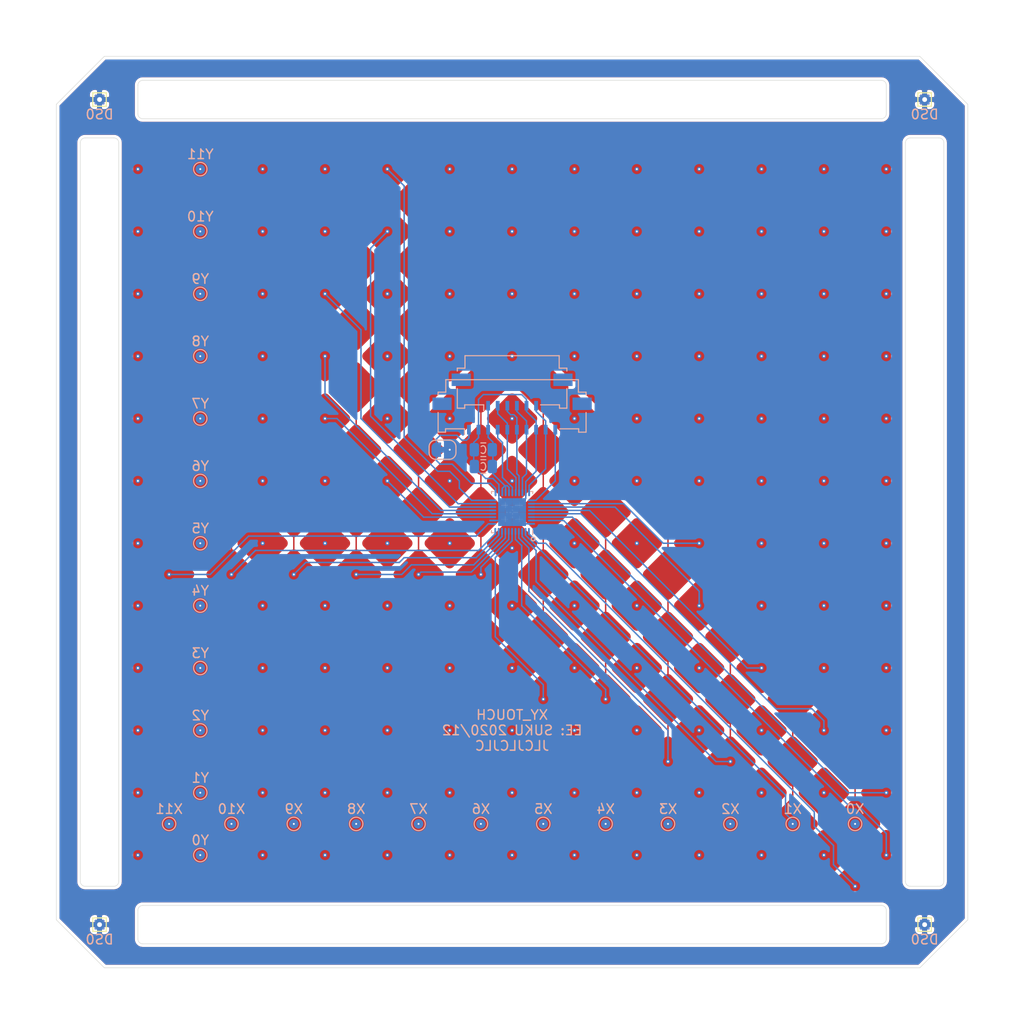
<source format=kicad_pcb>
(kicad_pcb (version 20171130) (host pcbnew 5.1.5+dfsg1-2build2)
  (layers (0 F.Cu signal) (1 In1.Cu signal) (2 In2.Cu signal) (31 B.Cu signal) (34 B.Paste user) (35 F.Paste user) (36 B.SilkS user) (37 F.SilkS user) (38 B.Mask user) (39 F.Mask user) (44 Edge.Cuts user))
  (net 0 "")
  (net 1 /Y11)
  (net 2 /Y10)
  (net 3 /Y9)
  (net 4 /Y8)
  (net 5 /Y7)
  (net 6 /Y6)
  (net 7 /Y5)
  (net 8 /Y4)
  (net 9 /Y3)
  (net 10 /Y2)
  (net 11 /Y1)
  (net 12 /Y0)
  (net 13 /X0)
  (net 14 /X1)
  (net 15 /X2)
  (net 16 /X3)
  (net 17 /X4)
  (net 18 /X5)
  (net 19 /X6)
  (net 20 /X7)
  (net 21 /X8)
  (net 22 /X9)
  (net 23 /X10)
  (net 24 /X11)
  (net 25 GND)
  (net 26 +3V3_UI)
  (net 27 /DS0)
  (net 28 /DBG_DATA)
  (net 29 /DBG_CLK)
  (net 30 /SDA)
  (net 31 /SCL)
  (net 32 /RESET)
  (net 33 /CHG)
  (net 34 /DBG_SS)
  (module suku_basics:QFN-38_EP_4x4_Pitch0.35mm (layer B.Cu) (at 100 100 90)
    (fp_text reference U1 hide)
    (fp_text value MXT144U)
    (pad 1 smd oval (at -2.025 1.75) (size 0.2 0.75) (layers B.Cu B.Paste B.Mask) (net 13 /X0))
    (pad 2 smd oval (at -2.025 1.4) (size 0.2 0.75) (layers B.Cu B.Paste B.Mask) (net 14 /X1))
    (pad 3 smd oval (at -2.025 1.05) (size 0.2 0.75) (layers B.Cu B.Paste B.Mask) (net 15 /X2))
    (pad 4 smd oval (at -2.025 0.7) (size 0.2 0.75) (layers B.Cu B.Paste B.Mask) (net 16 /X3))
    (pad 5 smd oval (at -2.025 0.35) (size 0.2 0.75) (layers B.Cu B.Paste B.Mask) (net 17 /X4))
    (pad 6 smd oval (at -2.025 0) (size 0.2 0.75) (layers B.Cu B.Paste B.Mask) (net 18 /X5))
    (pad 7 smd oval (at -2.025 -0.35) (size 0.2 0.75) (layers B.Cu B.Paste B.Mask) (net 19 /X6))
    (pad 8 smd oval (at -2.025 -0.7) (size 0.2 0.75) (layers B.Cu B.Paste B.Mask) (net 20 /X7))
    (pad 9 smd oval (at -2.025 -1.05) (size 0.2 0.75) (layers B.Cu B.Paste B.Mask) (net 21 /X8))
    (pad 10 smd oval (at -2.025 -1.4) (size 0.2 0.75) (layers B.Cu B.Paste B.Mask) (net 22 /X9))
    (pad 11 smd oval (at -2.025 -1.75) (size 0.2 0.75) (layers B.Cu B.Paste B.Mask) (net 23 /X10))
    (pad 12 smd oval (at -1.225 -2.025 90) (size 0.2 0.75) (layers B.Cu B.Paste B.Mask) (net 24 /X11))
    (pad 13 smd oval (at -0.875 -2.025 90) (size 0.2 0.75) (layers B.Cu B.Paste B.Mask) (net 25 GND))
    (pad 14 smd oval (at -0.525 -2.025 90) (size 0.2 0.75) (layers B.Cu B.Paste B.Mask) (net 6 /Y6))
    (pad 15 smd oval (at -0.175 -2.025 90) (size 0.2 0.75) (layers B.Cu B.Paste B.Mask) (net 5 /Y7))
    (pad 16 smd oval (at 0.175 -2.025 90) (size 0.2 0.75) (layers B.Cu B.Paste B.Mask) (net 4 /Y8))
    (pad 17 smd oval (at 0.525 -2.025 90) (size 0.2 0.75) (layers B.Cu B.Paste B.Mask) (net 3 /Y9))
    (pad 18 smd oval (at 0.875 -2.025 90) (size 0.2 0.75) (layers B.Cu B.Paste B.Mask) (net 2 /Y10))
    (pad 19 smd oval (at 1.225 -2.025 90) (size 0.2 0.75) (layers B.Cu B.Paste B.Mask) (net 1 /Y11))
    (pad 20 smd oval (at 2.025 -1.725) (size 0.2 0.75) (layers B.Cu B.Paste B.Mask) (net 28 /DBG_DATA))
    (pad 21 smd oval (at 2.025 -1.375) (size 0.2 0.75) (layers B.Cu B.Paste B.Mask) (net 25 GND))
    (pad 22 smd oval (at 2.025 -1.025) (size 0.2 0.75) (layers B.Cu B.Paste B.Mask) (net 26 +3V3_UI))
    (pad 23 smd oval (at 2.025 -0.675) (size 0.2 0.75) (layers B.Cu B.Paste B.Mask) (net 26 +3V3_UI))
    (pad 24 smd oval (at 2.025 -0.325) (size 0.2 0.75) (layers B.Cu B.Paste B.Mask) (net 26 +3V3_UI))
    (pad 25 smd oval (at 2.025 0.025) (size 0.2 0.75) (layers B.Cu B.Paste B.Mask) (net 29 /DBG_CLK))
    (pad 26 smd oval (at 2.025 0.375) (size 0.2 0.75) (layers B.Cu B.Paste B.Mask) (net 30 /SDA))
    (pad 27 smd oval (at 2.025 0.725) (size 0.2 0.75) (layers B.Cu B.Paste B.Mask) (net 31 /SCL))
    (pad 28 smd oval (at 2.025 1.075) (size 0.2 0.75) (layers B.Cu B.Paste B.Mask) (net 32 /RESET))
    (pad 29 smd oval (at 2.025 1.425) (size 0.2 0.75) (layers B.Cu B.Paste B.Mask) (net 25 GND))
    (pad 30 smd oval (at 2.025 1.775) (size 0.2 0.75) (layers B.Cu B.Paste B.Mask) (net 33 /CHG))
    (pad 31 smd oval (at 1.225 2.025 90) (size 0.2 0.75) (layers B.Cu B.Paste B.Mask) (net 34 /DBG_SS))
    (pad 32 smd oval (at 0.875 2.025 90) (size 0.2 0.75) (layers B.Cu B.Paste B.Mask) (net 7 /Y5))
    (pad 33 smd oval (at 0.525 2.025 90) (size 0.2 0.75) (layers B.Cu B.Paste B.Mask) (net 8 /Y4))
    (pad 34 smd oval (at 0.175 2.025 90) (size 0.2 0.75) (layers B.Cu B.Paste B.Mask) (net 9 /Y3))
    (pad 35 smd oval (at -0.175 2.025 90) (size 0.2 0.75) (layers B.Cu B.Paste B.Mask) (net 10 /Y2))
    (pad 36 smd oval (at -0.525 2.025 90) (size 0.2 0.75) (layers B.Cu B.Paste B.Mask) (net 11 /Y1))
    (pad 37 smd oval (at -0.875 2.025 90) (size 0.2 0.75) (layers B.Cu B.Paste B.Mask) (net 12 /Y0))
    (pad 38 smd oval (at -1.225 2.025 90) (size 0.2 0.75) (layers B.Cu B.Paste B.Mask) (net 25 GND))
    (pad 39 smd rect (at -1.0875 1.0875 90) (size 0.725 0.725) (layers B.Cu B.Paste B.Mask) (net 25 GND))
    (pad 39 smd rect (at -1.0875 0.3625 90) (size 0.725 0.725) (layers B.Cu B.Paste B.Mask) (net 25 GND))
    (pad 39 smd rect (at -1.0875 -0.3625 90) (size 0.725 0.725) (layers B.Cu B.Paste B.Mask) (net 25 GND))
    (pad 39 smd rect (at -1.0875 -1.0875 90) (size 0.725 0.725) (layers B.Cu B.Paste B.Mask) (net 25 GND))
    (pad 39 smd rect (at -0.3625 1.0875 90) (size 0.725 0.725) (layers B.Cu B.Paste B.Mask) (net 25 GND))
    (pad 39 smd rect (at -0.3625 0.3625 90) (size 0.725 0.725) (layers B.Cu B.Paste B.Mask) (net 25 GND))
    (pad 39 smd rect (at -0.3625 -0.3625 90) (size 0.725 0.725) (layers B.Cu B.Paste B.Mask) (net 25 GND))
    (pad 39 smd rect (at -0.3625 -1.0875 90) (size 0.725 0.725) (layers B.Cu B.Paste B.Mask) (net 25 GND))
    (pad 39 smd rect (at 0.3625 1.0875 90) (size 0.725 0.725) (layers B.Cu B.Paste B.Mask) (net 25 GND))
    (pad 39 smd rect (at 0.3625 0.3625 90) (size 0.725 0.725) (layers B.Cu B.Paste B.Mask) (net 25 GND))
    (pad 39 smd rect (at 0.3625 -0.3625 90) (size 0.725 0.725) (layers B.Cu B.Paste B.Mask) (net 25 GND))
    (pad 39 smd rect (at 0.3625 -1.0875 90) (size 0.725 0.725) (layers B.Cu B.Paste B.Mask) (net 25 GND))
    (pad 39 smd rect (at 1.0875 1.0875 90) (size 0.725 0.725) (layers B.Cu B.Paste B.Mask) (net 25 GND))
    (pad 39 smd rect (at 1.0875 0.3625 90) (size 0.725 0.725) (layers B.Cu B.Paste B.Mask) (net 25 GND))
    (pad 39 smd rect (at 1.0875 -0.3625 90) (size 0.725 0.725) (layers B.Cu B.Paste B.Mask) (net 25 GND))
    (pad 39 smd rect (at 1.0875 -1.0875 90) (size 0.725 0.725) (layers B.Cu B.Paste B.Mask) (net 25 GND))
  )
  (module suku_basics:CAP_0805 (layer B.Cu) (at 97 95.25 180)
    (fp_text reference C2 hide)
    (fp_text value 1u)
    (pad 2 smd roundrect (at 0.9375 0 180) (size 0.975 1.4) (layers B.Cu B.Paste B.Mask) (net 25 GND))
    (pad 1 smd roundrect (at -0.9375 0 180) (size 0.975 1.4) (layers B.Cu B.Paste B.Mask) (net 26 +3V3_UI))
  )
  (module suku_basics:CAP_0805 (layer B.Cu) (at 97 93.5 180)
    (fp_text reference C1 hide)
    (fp_text value 100n)
    (pad 2 smd roundrect (at 0.9375 0 180) (size 0.975 1.4) (layers B.Cu B.Paste B.Mask) (net 25 GND))
    (pad 1 smd roundrect (at -0.9375 0 180) (size 0.975 1.4) (layers B.Cu B.Paste B.Mask) (net 26 +3V3_UI))
  )
  (module Connector_FFC-FPC:Molex_200528-0100_1x10-1MP_P1.00mm_Horizontal (layer B.Cu) (at 100 90.5)
    (fp_text reference J2 hide)
    (fp_text value Conn_01x10)
    (pad 10 smd rect (at 4.5 0.91) (size 0.4 1) (layers B.Cu B.Paste B.Mask) (net 34 /DBG_SS))
    (pad 9 smd rect (at 3.5 0.91) (size 0.4 1) (layers B.Cu B.Paste B.Mask) (net 33 /CHG))
    (pad 8 smd rect (at 2.5 0.91) (size 0.4 1) (layers B.Cu B.Paste B.Mask) (net 25 GND))
    (pad 7 smd rect (at 1.5 0.91) (size 0.4 1) (layers B.Cu B.Paste B.Mask) (net 32 /RESET))
    (pad 6 smd rect (at 0.5 0.91) (size 0.4 1) (layers B.Cu B.Paste B.Mask) (net 31 /SCL))
    (pad 5 smd rect (at -0.5 0.91) (size 0.4 1) (layers B.Cu B.Paste B.Mask) (net 30 /SDA))
    (pad 4 smd rect (at -1.5 0.91) (size 0.4 1) (layers B.Cu B.Paste B.Mask) (net 29 /DBG_CLK))
    (pad 3 smd rect (at -2.5 0.91) (size 0.4 1) (layers B.Cu B.Paste B.Mask) (net 26 +3V3_UI))
    (pad 2 smd rect (at -3.5 0.91) (size 0.4 1) (layers B.Cu B.Paste B.Mask) (net 25 GND))
    (pad 1 smd rect (at -4.5 0.91) (size 0.4 1) (layers B.Cu B.Paste B.Mask) (net 28 /DBG_DATA))
    (pad MP smd rect (at 7.3 -1.79) (size 2 1.3) (layers B.Cu B.Paste B.Mask))
    (pad MP smd rect (at -7.3 -1.79) (size 2 1.3) (layers B.Cu B.Paste B.Mask))
  )
  (module Connector_FFC-FPC:Molex_200528-0060_1x06-1MP_P1.00mm_Horizontal (layer B.Cu) (at 100 88)
    (fp_text reference J1 hide)
    (fp_text value Conn_01x06)
    (pad 6 smd rect (at 2.5 0.91) (size 0.4 1) (layers B.Cu B.Paste B.Mask) (net 33 /CHG))
    (pad 5 smd rect (at 1.5 0.91) (size 0.4 1) (layers B.Cu B.Paste B.Mask) (net 25 GND))
    (pad 4 smd rect (at 0.5 0.91) (size 0.4 1) (layers B.Cu B.Paste B.Mask) (net 32 /RESET))
    (pad 3 smd rect (at -0.5 0.91) (size 0.4 1) (layers B.Cu B.Paste B.Mask) (net 31 /SCL))
    (pad 2 smd rect (at -1.5 0.91) (size 0.4 1) (layers B.Cu B.Paste B.Mask) (net 30 /SDA))
    (pad 1 smd rect (at -2.5 0.91) (size 0.4 1) (layers B.Cu B.Paste B.Mask) (net 26 +3V3_UI))
    (pad MP smd rect (at 5.3 -1.79) (size 2 1.3) (layers B.Cu B.Paste B.Mask))
    (pad MP smd rect (at -5.3 -1.79) (size 2 1.3) (layers B.Cu B.Paste B.Mask))
  )
  (module Jumper:SolderJumper-2_P1.3mm_Bridged_RoundedPad1.0x1.5mm (layer B.Cu) (at 92.75 93.5 180)
    (fp_text reference JP1 hide)
    (fp_text value Jumper_2_Bridged)
    (fp_poly (pts (xy 0.25 0.3) (xy -0.25 0.3) (xy -0.25 -0.3) (xy 0.25 -0.3)) (layer B.Cu) (width 0))
    (pad 1 smd custom (at -0.65 0 180) (size 1 0.5) (layers B.Cu B.Mask) (net 27 /DS0) (options (clearance outline) (anchor rect)) (primitives (gr_circle (center 0 -0.25) (end 0.5 -0.25) (width 0)) (gr_circle (center 0 0.25) (end 0.5 0.25) (width 0)) (gr_poly (pts (xy 0 0.75) (xy 0.5 0.75) (xy 0.5 -0.75) (xy 0 -0.75)) (width 0))))
    (pad 2 smd custom (at 0.65 0 180) (size 1 0.5) (layers B.Cu B.Mask) (net 28 /DBG_DATA) (options (clearance outline) (anchor rect)) (primitives (gr_circle (center 0 -0.25) (end 0.5 -0.25) (width 0)) (gr_circle (center 0 0.25) (end 0.5 0.25) (width 0)) (gr_poly (pts (xy 0 0.75) (xy -0.5 0.75) (xy -0.5 -0.75) (xy 0 -0.75)) (width 0))))
  )
  (module TestPoint:TestPoint_Pad_D1.0mm (layer B.Cu) (at 67.5 135.75)
    (fp_text reference TP28 hide)
    (fp_text value Y0 (at 0 -1.55 unlocked) (layer B.SilkS) (effects (justify mirror)))
    (pad 1 smd circle (at 0 0) (size 1 1) (layers B.Cu B.Mask) (net 12 /Y0))
  )
  (module TestPoint:TestPoint_Pad_D1.0mm (layer B.Cu) (at 67.5 129.25)
    (fp_text reference TP27 hide)
    (fp_text value Y1 (at 0 -1.55 unlocked) (layer B.SilkS) (effects (justify mirror)))
    (pad 1 smd circle (at 0 0) (size 1 1) (layers B.Cu B.Mask) (net 11 /Y1))
  )
  (module TestPoint:TestPoint_Pad_D1.0mm (layer B.Cu) (at 67.5 122.75)
    (fp_text reference TP26 hide)
    (fp_text value Y2 (at 0 -1.55 unlocked) (layer B.SilkS) (effects (justify mirror)))
    (pad 1 smd circle (at 0 0) (size 1 1) (layers B.Cu B.Mask) (net 10 /Y2))
  )
  (module TestPoint:TestPoint_Pad_D1.0mm (layer B.Cu) (at 67.5 116.25)
    (fp_text reference TP25 hide)
    (fp_text value Y3 (at 0 -1.55 unlocked) (layer B.SilkS) (effects (justify mirror)))
    (pad 1 smd circle (at 0 0) (size 1 1) (layers B.Cu B.Mask) (net 9 /Y3))
  )
  (module TestPoint:TestPoint_Pad_D1.0mm (layer B.Cu) (at 67.5 109.75)
    (fp_text reference TP24 hide)
    (fp_text value Y4 (at 0 -1.55 unlocked) (layer B.SilkS) (effects (justify mirror)))
    (pad 1 smd circle (at 0 0) (size 1 1) (layers B.Cu B.Mask) (net 8 /Y4))
  )
  (module TestPoint:TestPoint_Pad_D1.0mm (layer B.Cu) (at 67.5 103.25)
    (fp_text reference TP23 hide)
    (fp_text value Y5 (at 0 -1.55 unlocked) (layer B.SilkS) (effects (justify mirror)))
    (pad 1 smd circle (at 0 0) (size 1 1) (layers B.Cu B.Mask) (net 7 /Y5))
  )
  (module TestPoint:TestPoint_Pad_D1.0mm (layer B.Cu) (at 67.5 96.75)
    (fp_text reference TP22 hide)
    (fp_text value Y6 (at 0 -1.55 unlocked) (layer B.SilkS) (effects (justify mirror)))
    (pad 1 smd circle (at 0 0) (size 1 1) (layers B.Cu B.Mask) (net 6 /Y6))
  )
  (module TestPoint:TestPoint_Pad_D1.0mm (layer B.Cu) (at 67.5 90.25)
    (fp_text reference TP21 hide)
    (fp_text value Y7 (at 0 -1.55 unlocked) (layer B.SilkS) (effects (justify mirror)))
    (pad 1 smd circle (at 0 0) (size 1 1) (layers B.Cu B.Mask) (net 5 /Y7))
  )
  (module TestPoint:TestPoint_Pad_D1.0mm (layer B.Cu) (at 67.5 83.75)
    (fp_text reference TP20 hide)
    (fp_text value Y8 (at 0 -1.55 unlocked) (layer B.SilkS) (effects (justify mirror)))
    (pad 1 smd circle (at 0 0) (size 1 1) (layers B.Cu B.Mask) (net 4 /Y8))
  )
  (module TestPoint:TestPoint_Pad_D1.0mm (layer B.Cu) (at 67.5 77.25)
    (fp_text reference TP19 hide)
    (fp_text value Y9 (at 0 -1.55 unlocked) (layer B.SilkS) (effects (justify mirror)))
    (pad 1 smd circle (at 0 0) (size 1 1) (layers B.Cu B.Mask) (net 3 /Y9))
  )
  (module TestPoint:TestPoint_Pad_D1.0mm (layer B.Cu) (at 67.5 70.75)
    (fp_text reference TP18 hide)
    (fp_text value Y10 (at 0 -1.55 unlocked) (layer B.SilkS) (effects (justify mirror)))
    (pad 1 smd circle (at 0 0) (size 1 1) (layers B.Cu B.Mask) (net 2 /Y10))
  )
  (module TestPoint:TestPoint_Pad_D1.0mm (layer B.Cu) (at 135.75 132.5)
    (fp_text reference TP16 hide)
    (fp_text value X0 (at 0 -1.55 unlocked) (layer B.SilkS) (effects (justify mirror)))
    (pad 1 smd circle (at 0 0) (size 1 1) (layers B.Cu B.Mask) (net 13 /X0))
  )
  (module TestPoint:TestPoint_Pad_D1.0mm (layer B.Cu) (at 129.25 132.5)
    (fp_text reference TP15 hide)
    (fp_text value X1 (at 0 -1.55 unlocked) (layer B.SilkS) (effects (justify mirror)))
    (pad 1 smd circle (at 0 0) (size 1 1) (layers B.Cu B.Mask) (net 14 /X1))
  )
  (module TestPoint:TestPoint_Pad_D1.0mm (layer B.Cu) (at 122.75 132.5)
    (fp_text reference TP14 hide)
    (fp_text value X2 (at 0 -1.55 unlocked) (layer B.SilkS) (effects (justify mirror)))
    (pad 1 smd circle (at 0 0) (size 1 1) (layers B.Cu B.Mask) (net 15 /X2))
  )
  (module TestPoint:TestPoint_Pad_D1.0mm (layer B.Cu) (at 116.25 132.5)
    (fp_text reference TP13 hide)
    (fp_text value X3 (at 0 -1.55 unlocked) (layer B.SilkS) (effects (justify mirror)))
    (pad 1 smd circle (at 0 0) (size 1 1) (layers B.Cu B.Mask) (net 16 /X3))
  )
  (module TestPoint:TestPoint_Pad_D1.0mm (layer B.Cu) (at 109.75 132.5)
    (fp_text reference TP12 hide)
    (fp_text value X4 (at 0 -1.55 unlocked) (layer B.SilkS) (effects (justify mirror)))
    (pad 1 smd circle (at 0 0) (size 1 1) (layers B.Cu B.Mask) (net 17 /X4))
  )
  (module TestPoint:TestPoint_Pad_D1.0mm (layer B.Cu) (at 103.25 132.5)
    (fp_text reference TP11 hide)
    (fp_text value X5 (at 0 -1.55 unlocked) (layer B.SilkS) (effects (justify mirror)))
    (pad 1 smd circle (at 0 0) (size 1 1) (layers B.Cu B.Mask) (net 18 /X5))
  )
  (module TestPoint:TestPoint_Pad_D1.0mm (layer B.Cu) (at 96.75 132.5)
    (fp_text reference TP10 hide)
    (fp_text value X6 (at 0 -1.55 unlocked) (layer B.SilkS) (effects (justify mirror)))
    (pad 1 smd circle (at 0 0) (size 1 1) (layers B.Cu B.Mask) (net 19 /X6))
  )
  (module TestPoint:TestPoint_Pad_D1.0mm (layer B.Cu) (at 90.25 132.5)
    (fp_text reference TP9 hide)
    (fp_text value X7 (at 0 -1.55 unlocked) (layer B.SilkS) (effects (justify mirror)))
    (pad 1 smd circle (at 0 0) (size 1 1) (layers B.Cu B.Mask) (net 20 /X7))
  )
  (module TestPoint:TestPoint_Pad_D1.0mm (layer B.Cu) (at 83.75 132.5)
    (fp_text reference TP8 hide)
    (fp_text value X8 (at 0 -1.55 unlocked) (layer B.SilkS) (effects (justify mirror)))
    (pad 1 smd circle (at 0 0) (size 1 1) (layers B.Cu B.Mask) (net 21 /X8))
  )
  (module TestPoint:TestPoint_Pad_D1.0mm (layer B.Cu) (at 77.25 132.5)
    (fp_text reference TP7 hide)
    (fp_text value X9 (at 0 -1.55 unlocked) (layer B.SilkS) (effects (justify mirror)))
    (pad 1 smd circle (at 0 0) (size 1 1) (layers B.Cu B.Mask) (net 22 /X9))
  )
  (module TestPoint:TestPoint_Pad_D1.0mm (layer B.Cu) (at 70.75 132.5)
    (fp_text reference TP6 hide)
    (fp_text value X10 (at 0 -1.55 unlocked) (layer B.SilkS) (effects (justify mirror)))
    (pad 1 smd circle (at 0 0) (size 1 1) (layers B.Cu B.Mask) (net 23 /X10))
  )
  (module TestPoint:TestPoint_Pad_D1.0mm (layer B.Cu) (at 64.25 132.5)
    (fp_text reference TP5 hide)
    (fp_text value X11 (at 0 -1.55 unlocked) (layer B.SilkS) (effects (justify mirror)))
    (pad 1 smd circle (at 0 0) (size 1 1) (layers B.Cu B.Mask) (net 24 /X11))
  )
  (module TestPoint:TestPoint_Pad_D1.0mm (layer B.Cu) (at 67.5 64.25)
    (fp_text reference TP17 hide)
    (fp_text value Y11 (at 0 -1.55 unlocked) (layer B.SilkS) (effects (justify mirror)))
    (pad 1 smd circle (at 0 0) (size 1 1) (layers B.Cu B.Mask) (net 1 /Y11))
  )
  (module TestPoint:TestPoint_THTPad_1.0x1.0mm_Drill0.5mm (layer F.Cu) (at 143 143)
    (fp_text reference TP4 hide)
    (fp_text value DS0 (at 0 1.55 unlocked) (layer B.SilkS) (effects (justify mirror)))
    (pad 1 thru_hole rect (at 0 0) (size 1 1) (drill 0.5) (layers *.Cu *.Mask) (net 27 /DS0))
  )
  (module TestPoint:TestPoint_THTPad_1.0x1.0mm_Drill0.5mm (layer F.Cu) (at 143 57)
    (fp_text reference TP3 hide)
    (fp_text value DS0 (at 0 1.55 unlocked) (layer B.SilkS) (effects (justify mirror)))
    (pad 1 thru_hole rect (at 0 0) (size 1 1) (drill 0.5) (layers *.Cu *.Mask) (net 27 /DS0))
  )
  (module TestPoint:TestPoint_THTPad_1.0x1.0mm_Drill0.5mm (layer F.Cu) (at 57 143)
    (fp_text reference TP2 hide)
    (fp_text value DS0 (at 0 1.55 unlocked) (layer B.SilkS) (effects (justify mirror)))
    (pad 1 thru_hole rect (at 0 0) (size 1 1) (drill 0.5) (layers *.Cu *.Mask) (net 27 /DS0))
  )
  (module TestPoint:TestPoint_THTPad_1.0x1.0mm_Drill0.5mm (layer F.Cu) (at 57 57)
    (fp_text reference TP1 hide)
    (fp_text value DS0 (at 0 1.55 unlocked) (layer B.SilkS) (effects (justify mirror)))
    (pad 1 thru_hole rect (at 0 0) (size 1 1) (drill 0.5) (layers *.Cu *.Mask) (net 27 /DS0))
  )
  (module suku_basics:capsense_diamond_edge (layer F.Cu) (at 61 135.75 90)
    (fp_text reference CS312 hide)
    (fp_text value capsense_diamond_edge hide)
    (pad 1 smd custom (at 0 0 45) (size 0.25 0.25) (layers F.Cu) (net 12 /Y0) (options (clearance outline) (anchor rect)) (primitives (gr_poly (pts (xy 1.5 -1.5) (xy -1.5 1.5) (xy 1.5 1.5)) (width 1))))
  )
  (module suku_basics:capsense_diamond_edge (layer F.Cu) (at 61 129.25 90)
    (fp_text reference CS311 hide)
    (fp_text value capsense_diamond_edge hide)
    (pad 1 smd custom (at 0 0 45) (size 0.25 0.25) (layers F.Cu) (net 11 /Y1) (options (clearance outline) (anchor rect)) (primitives (gr_poly (pts (xy 1.5 -1.5) (xy -1.5 1.5) (xy 1.5 1.5)) (width 1))))
  )
  (module suku_basics:capsense_diamond_edge (layer F.Cu) (at 61 122.75 90)
    (fp_text reference CS310 hide)
    (fp_text value capsense_diamond_edge hide)
    (pad 1 smd custom (at 0 0 45) (size 0.25 0.25) (layers F.Cu) (net 10 /Y2) (options (clearance outline) (anchor rect)) (primitives (gr_poly (pts (xy 1.5 -1.5) (xy -1.5 1.5) (xy 1.5 1.5)) (width 1))))
  )
  (module suku_basics:capsense_diamond_edge (layer F.Cu) (at 61 116.25 90)
    (fp_text reference CS309 hide)
    (fp_text value capsense_diamond_edge hide)
    (pad 1 smd custom (at 0 0 45) (size 0.25 0.25) (layers F.Cu) (net 9 /Y3) (options (clearance outline) (anchor rect)) (primitives (gr_poly (pts (xy 1.5 -1.5) (xy -1.5 1.5) (xy 1.5 1.5)) (width 1))))
  )
  (module suku_basics:capsense_diamond_edge (layer F.Cu) (at 139 109.75 270)
    (fp_text reference CS308 hide)
    (fp_text value capsense_diamond_edge hide)
    (pad 1 smd custom (at 0 0 225) (size 0.25 0.25) (layers F.Cu) (net 8 /Y4) (options (clearance outline) (anchor rect)) (primitives (gr_poly (pts (xy 1.5 -1.5) (xy -1.5 1.5) (xy 1.5 1.5)) (width 1))))
  )
  (module suku_basics:capsense_diamond_edge (layer F.Cu) (at 61 103.25 90)
    (fp_text reference CS307 hide)
    (fp_text value capsense_diamond_edge hide)
    (pad 1 smd custom (at 0 0 45) (size 0.25 0.25) (layers F.Cu) (net 7 /Y5) (options (clearance outline) (anchor rect)) (primitives (gr_poly (pts (xy 1.5 -1.5) (xy -1.5 1.5) (xy 1.5 1.5)) (width 1))))
  )
  (module suku_basics:capsense_diamond_edge (layer F.Cu) (at 61 96.75 90)
    (fp_text reference CS306 hide)
    (fp_text value capsense_diamond_edge hide)
    (pad 1 smd custom (at 0 0 45) (size 0.25 0.25) (layers F.Cu) (net 6 /Y6) (options (clearance outline) (anchor rect)) (primitives (gr_poly (pts (xy 1.5 -1.5) (xy -1.5 1.5) (xy 1.5 1.5)) (width 1))))
  )
  (module suku_basics:capsense_diamond_edge (layer F.Cu) (at 61 90.25 90)
    (fp_text reference CS305 hide)
    (fp_text value capsense_diamond_edge hide)
    (pad 1 smd custom (at 0 0 45) (size 0.25 0.25) (layers F.Cu) (net 5 /Y7) (options (clearance outline) (anchor rect)) (primitives (gr_poly (pts (xy 1.5 -1.5) (xy -1.5 1.5) (xy 1.5 1.5)) (width 1))))
  )
  (module suku_basics:capsense_diamond_edge (layer F.Cu) (at 139 83.75 270)
    (fp_text reference CS304 hide)
    (fp_text value capsense_diamond_edge hide)
    (pad 1 smd custom (at 0 0 225) (size 0.25 0.25) (layers F.Cu) (net 4 /Y8) (options (clearance outline) (anchor rect)) (primitives (gr_poly (pts (xy 1.5 -1.5) (xy -1.5 1.5) (xy 1.5 1.5)) (width 1))))
  )
  (module suku_basics:capsense_diamond_edge (layer F.Cu) (at 61 77.25 90)
    (fp_text reference CS303 hide)
    (fp_text value capsense_diamond_edge hide)
    (pad 1 smd custom (at 0 0 45) (size 0.25 0.25) (layers F.Cu) (net 3 /Y9) (options (clearance outline) (anchor rect)) (primitives (gr_poly (pts (xy 1.5 -1.5) (xy -1.5 1.5) (xy 1.5 1.5)) (width 1))))
  )
  (module suku_basics:capsense_diamond_edge (layer F.Cu) (at 139 70.75 270)
    (fp_text reference CS302 hide)
    (fp_text value capsense_diamond_edge hide)
    (pad 1 smd custom (at 0 0 225) (size 0.25 0.25) (layers F.Cu) (net 2 /Y10) (options (clearance outline) (anchor rect)) (primitives (gr_poly (pts (xy 1.5 -1.5) (xy -1.5 1.5) (xy 1.5 1.5)) (width 1))))
  )
  (module suku_basics:capsense_diamond_edge (layer F.Cu) (at 139 64.25 270)
    (fp_text reference CS301 hide)
    (fp_text value capsense_diamond_edge hide)
    (pad 1 smd custom (at 0 0 225) (size 0.25 0.25) (layers F.Cu) (net 1 /Y11) (options (clearance outline) (anchor rect)) (primitives (gr_poly (pts (xy 1.5 -1.5) (xy -1.5 1.5) (xy 1.5 1.5)) (width 1))))
  )
  (module suku_basics:capsense_diamond_edge (layer F.Cu) (at 135.75 139 180)
    (fp_text reference CS300 hide)
    (fp_text value capsense_diamond_edge hide)
    (pad 1 smd custom (at 0 0 135) (size 0.25 0.25) (layers F.Cu) (net 13 /X0) (options (clearance outline) (anchor rect)) (primitives (gr_poly (pts (xy 1.5 -1.5) (xy -1.5 1.5) (xy 1.5 1.5)) (width 1))))
  )
  (module suku_basics:capsense_diamond (layer F.Cu) (at 135.75 74)
    (fp_text reference CS299 hide)
    (fp_text value capsense_diamond hide)
    (pad 1 smd roundrect (at 0 0 45) (size 4 4) (layers F.Cu) (roundrect_rratio 0.125) (net 13 /X0))
  )
  (module suku_basics:capsense_diamond (layer F.Cu) (at 135.75 80.5)
    (fp_text reference CS298 hide)
    (fp_text value capsense_diamond hide)
    (pad 1 smd roundrect (at 0 0 45) (size 4 4) (layers F.Cu) (roundrect_rratio 0.125) (net 13 /X0))
  )
  (module suku_basics:capsense_diamond (layer F.Cu) (at 135.75 87)
    (fp_text reference CS297 hide)
    (fp_text value capsense_diamond hide)
    (pad 1 smd roundrect (at 0 0 45) (size 4 4) (layers F.Cu) (roundrect_rratio 0.125) (net 13 /X0))
  )
  (module suku_basics:capsense_diamond (layer F.Cu) (at 135.75 106.5)
    (fp_text reference CS296 hide)
    (fp_text value capsense_diamond hide)
    (pad 1 smd roundrect (at 0 0 45) (size 4 4) (layers F.Cu) (roundrect_rratio 0.125) (net 13 /X0))
  )
  (module suku_basics:capsense_diamond (layer F.Cu) (at 135.75 132.5)
    (fp_text reference CS295 hide)
    (fp_text value capsense_diamond hide)
    (pad 1 smd roundrect (at 0 0 45) (size 4 4) (layers F.Cu) (roundrect_rratio 0.125) (net 13 /X0))
  )
  (module suku_basics:capsense_diamond (layer F.Cu) (at 135.75 126)
    (fp_text reference CS294 hide)
    (fp_text value capsense_diamond hide)
    (pad 1 smd roundrect (at 0 0 45) (size 4 4) (layers F.Cu) (roundrect_rratio 0.125) (net 13 /X0))
  )
  (module suku_basics:capsense_diamond (layer F.Cu) (at 135.75 67.5)
    (fp_text reference CS293 hide)
    (fp_text value capsense_diamond hide)
    (pad 1 smd roundrect (at 0 0 45) (size 4 4) (layers F.Cu) (roundrect_rratio 0.125) (net 13 /X0))
  )
  (module suku_basics:capsense_diamond (layer F.Cu) (at 135.75 119.5)
    (fp_text reference CS292 hide)
    (fp_text value capsense_diamond hide)
    (pad 1 smd roundrect (at 0 0 45) (size 4 4) (layers F.Cu) (roundrect_rratio 0.125) (net 13 /X0))
  )
  (module suku_basics:capsense_diamond (layer F.Cu) (at 135.75 113)
    (fp_text reference CS291 hide)
    (fp_text value capsense_diamond hide)
    (pad 1 smd roundrect (at 0 0 45) (size 4 4) (layers F.Cu) (roundrect_rratio 0.125) (net 13 /X0))
  )
  (module suku_basics:capsense_diamond (layer F.Cu) (at 135.75 100)
    (fp_text reference CS290 hide)
    (fp_text value capsense_diamond hide)
    (pad 1 smd roundrect (at 0 0 45) (size 4 4) (layers F.Cu) (roundrect_rratio 0.125) (net 13 /X0))
  )
  (module suku_basics:capsense_diamond (layer F.Cu) (at 135.75 93.5)
    (fp_text reference CS289 hide)
    (fp_text value capsense_diamond hide)
    (pad 1 smd roundrect (at 0 0 45) (size 4 4) (layers F.Cu) (roundrect_rratio 0.125) (net 13 /X0))
  )
  (module suku_basics:capsense_diamond_edge (layer F.Cu) (at 135.75 61)
    (fp_text reference CS288 hide)
    (fp_text value capsense_diamond_edge hide)
    (pad 1 smd custom (at 0 0 315) (size 0.25 0.25) (layers F.Cu) (net 13 /X0) (options (clearance outline) (anchor rect)) (primitives (gr_poly (pts (xy 1.5 -1.5) (xy -1.5 1.5) (xy 1.5 1.5)) (width 1))))
  )
  (module suku_basics:capsense_diamond (layer F.Cu) (at 106.5 135.75)
    (fp_text reference CS287 hide)
    (fp_text value capsense_diamond hide)
    (pad 1 smd roundrect (at 0 0 45) (size 4 4) (layers F.Cu) (roundrect_rratio 0.125) (net 12 /Y0))
  )
  (module suku_basics:capsense_diamond (layer F.Cu) (at 126 129.25)
    (fp_text reference CS286 hide)
    (fp_text value capsense_diamond hide)
    (pad 1 smd roundrect (at 0 0 45) (size 4 4) (layers F.Cu) (roundrect_rratio 0.125) (net 11 /Y1))
  )
  (module suku_basics:capsense_diamond (layer F.Cu) (at 67.5 122.75)
    (fp_text reference CS285 hide)
    (fp_text value capsense_diamond hide)
    (pad 1 smd roundrect (at 0 0 45) (size 4 4) (layers F.Cu) (roundrect_rratio 0.125) (net 10 /Y2))
  )
  (module suku_basics:capsense_diamond (layer F.Cu) (at 67.5 116.25)
    (fp_text reference CS284 hide)
    (fp_text value capsense_diamond hide)
    (pad 1 smd roundrect (at 0 0 45) (size 4 4) (layers F.Cu) (roundrect_rratio 0.125) (net 9 /Y3))
  )
  (module suku_basics:capsense_diamond (layer F.Cu) (at 74 109.75)
    (fp_text reference CS283 hide)
    (fp_text value capsense_diamond hide)
    (pad 1 smd roundrect (at 0 0 45) (size 4 4) (layers F.Cu) (roundrect_rratio 0.125) (net 8 /Y4))
  )
  (module suku_basics:capsense_diamond (layer F.Cu) (at 74 103.25)
    (fp_text reference CS282 hide)
    (fp_text value capsense_diamond hide)
    (pad 1 smd roundrect (at 0 0 45) (size 4 4) (layers F.Cu) (roundrect_rratio 0.125) (net 7 /Y5))
  )
  (module suku_basics:capsense_diamond (layer F.Cu) (at 74 96.75)
    (fp_text reference CS281 hide)
    (fp_text value capsense_diamond hide)
    (pad 1 smd roundrect (at 0 0 45) (size 4 4) (layers F.Cu) (roundrect_rratio 0.125) (net 6 /Y6))
  )
  (module suku_basics:capsense_diamond (layer F.Cu) (at 80.5 90.25)
    (fp_text reference CS280 hide)
    (fp_text value capsense_diamond hide)
    (pad 1 smd roundrect (at 0 0 45) (size 4 4) (layers F.Cu) (roundrect_rratio 0.125) (net 5 /Y7))
  )
  (module suku_basics:capsense_diamond (layer F.Cu) (at 67.5 83.75)
    (fp_text reference CS279 hide)
    (fp_text value capsense_diamond hide)
    (pad 1 smd roundrect (at 0 0 45) (size 4 4) (layers F.Cu) (roundrect_rratio 0.125) (net 4 /Y8))
  )
  (module suku_basics:capsense_diamond (layer F.Cu) (at 67.5 77.25)
    (fp_text reference CS278 hide)
    (fp_text value capsense_diamond hide)
    (pad 1 smd roundrect (at 0 0 45) (size 4 4) (layers F.Cu) (roundrect_rratio 0.125) (net 3 /Y9))
  )
  (module suku_basics:capsense_diamond (layer F.Cu) (at 119.5 70.75)
    (fp_text reference CS277 hide)
    (fp_text value capsense_diamond hide)
    (pad 1 smd roundrect (at 0 0 45) (size 4 4) (layers F.Cu) (roundrect_rratio 0.125) (net 2 /Y10))
  )
  (module suku_basics:capsense_diamond (layer F.Cu) (at 80.5 64.25 90)
    (fp_text reference CS276 hide)
    (fp_text value capsense_diamond hide)
    (pad 1 smd roundrect (at 0 0 135) (size 4 4) (layers F.Cu) (roundrect_rratio 0.125) (net 1 /Y11))
  )
  (module suku_basics:capsense_diamond_edge (layer F.Cu) (at 129.25 61)
    (fp_text reference CS275 hide)
    (fp_text value capsense_diamond_edge hide)
    (pad 1 smd custom (at 0 0 315) (size 0.25 0.25) (layers F.Cu) (net 14 /X1) (options (clearance outline) (anchor rect)) (primitives (gr_poly (pts (xy 1.5 -1.5) (xy -1.5 1.5) (xy 1.5 1.5)) (width 1))))
  )
  (module suku_basics:capsense_diamond (layer F.Cu) (at 129.25 67.5)
    (fp_text reference CS274 hide)
    (fp_text value capsense_diamond hide)
    (pad 1 smd roundrect (at 0 0 45) (size 4 4) (layers F.Cu) (roundrect_rratio 0.125) (net 14 /X1))
  )
  (module suku_basics:capsense_diamond (layer F.Cu) (at 129.25 119.5)
    (fp_text reference CS273 hide)
    (fp_text value capsense_diamond hide)
    (pad 1 smd roundrect (at 0 0 45) (size 4 4) (layers F.Cu) (roundrect_rratio 0.125) (net 14 /X1))
  )
  (module suku_basics:capsense_diamond (layer F.Cu) (at 129.25 126)
    (fp_text reference CS272 hide)
    (fp_text value capsense_diamond hide)
    (pad 1 smd roundrect (at 0 0 45) (size 4 4) (layers F.Cu) (roundrect_rratio 0.125) (net 14 /X1))
  )
  (module suku_basics:capsense_diamond (layer F.Cu) (at 129.25 132.5)
    (fp_text reference CS271 hide)
    (fp_text value capsense_diamond hide)
    (pad 1 smd roundrect (at 0 0 45) (size 4 4) (layers F.Cu) (roundrect_rratio 0.125) (net 14 /X1))
  )
  (module suku_basics:capsense_diamond (layer F.Cu) (at 129.25 74)
    (fp_text reference CS270 hide)
    (fp_text value capsense_diamond hide)
    (pad 1 smd roundrect (at 0 0 45) (size 4 4) (layers F.Cu) (roundrect_rratio 0.125) (net 14 /X1))
  )
  (module suku_basics:capsense_diamond (layer F.Cu) (at 129.25 80.5)
    (fp_text reference CS269 hide)
    (fp_text value capsense_diamond hide)
    (pad 1 smd roundrect (at 0 0 45) (size 4 4) (layers F.Cu) (roundrect_rratio 0.125) (net 14 /X1))
  )
  (module suku_basics:capsense_diamond (layer F.Cu) (at 129.25 87)
    (fp_text reference CS268 hide)
    (fp_text value capsense_diamond hide)
    (pad 1 smd roundrect (at 0 0 45) (size 4 4) (layers F.Cu) (roundrect_rratio 0.125) (net 14 /X1))
  )
  (module suku_basics:capsense_diamond (layer F.Cu) (at 129.25 93.5)
    (fp_text reference CS267 hide)
    (fp_text value capsense_diamond hide)
    (pad 1 smd roundrect (at 0 0 45) (size 4 4) (layers F.Cu) (roundrect_rratio 0.125) (net 14 /X1))
  )
  (module suku_basics:capsense_diamond (layer F.Cu) (at 129.25 100)
    (fp_text reference CS266 hide)
    (fp_text value capsense_diamond hide)
    (pad 1 smd roundrect (at 0 0 45) (size 4 4) (layers F.Cu) (roundrect_rratio 0.125) (net 14 /X1))
  )
  (module suku_basics:capsense_diamond (layer F.Cu) (at 129.25 106.5)
    (fp_text reference CS265 hide)
    (fp_text value capsense_diamond hide)
    (pad 1 smd roundrect (at 0 0 45) (size 4 4) (layers F.Cu) (roundrect_rratio 0.125) (net 14 /X1))
  )
  (module suku_basics:capsense_diamond (layer F.Cu) (at 129.25 113)
    (fp_text reference CS264 hide)
    (fp_text value capsense_diamond hide)
    (pad 1 smd roundrect (at 0 0 45) (size 4 4) (layers F.Cu) (roundrect_rratio 0.125) (net 14 /X1))
  )
  (module suku_basics:capsense_diamond_edge (layer F.Cu) (at 129.25 139 180)
    (fp_text reference CS263 hide)
    (fp_text value capsense_diamond_edge hide)
    (pad 1 smd custom (at 0 0 135) (size 0.25 0.25) (layers F.Cu) (net 14 /X1) (options (clearance outline) (anchor rect)) (primitives (gr_poly (pts (xy 1.5 -1.5) (xy -1.5 1.5) (xy 1.5 1.5)) (width 1))))
  )
  (module suku_basics:capsense_diamond (layer F.Cu) (at 74 135.75)
    (fp_text reference CS262 hide)
    (fp_text value capsense_diamond hide)
    (pad 1 smd roundrect (at 0 0 45) (size 4 4) (layers F.Cu) (roundrect_rratio 0.125) (net 12 /Y0))
  )
  (module suku_basics:capsense_diamond (layer F.Cu) (at 113 129.25)
    (fp_text reference CS261 hide)
    (fp_text value capsense_diamond hide)
    (pad 1 smd roundrect (at 0 0 45) (size 4 4) (layers F.Cu) (roundrect_rratio 0.125) (net 11 /Y1))
  )
  (module suku_basics:capsense_diamond (layer F.Cu) (at 80.5 122.75)
    (fp_text reference CS260 hide)
    (fp_text value capsense_diamond hide)
    (pad 1 smd roundrect (at 0 0 45) (size 4 4) (layers F.Cu) (roundrect_rratio 0.125) (net 10 /Y2))
  )
  (module suku_basics:capsense_diamond (layer F.Cu) (at 100 116.25)
    (fp_text reference CS259 hide)
    (fp_text value capsense_diamond hide)
    (pad 1 smd roundrect (at 0 0 45) (size 4 4) (layers F.Cu) (roundrect_rratio 0.125) (net 9 /Y3))
  )
  (module suku_basics:capsense_diamond (layer F.Cu) (at 100 109.75)
    (fp_text reference CS258 hide)
    (fp_text value capsense_diamond hide)
    (pad 1 smd roundrect (at 0 0 45) (size 4 4) (layers F.Cu) (roundrect_rratio 0.125) (net 8 /Y4))
  )
  (module suku_basics:capsense_diamond (layer F.Cu) (at 93.5 103.25)
    (fp_text reference CS257 hide)
    (fp_text value capsense_diamond hide)
    (pad 1 smd roundrect (at 0 0 45) (size 4 4) (layers F.Cu) (roundrect_rratio 0.125) (net 7 /Y5))
  )
  (module suku_basics:capsense_diamond (layer F.Cu) (at 113 96.75)
    (fp_text reference CS256 hide)
    (fp_text value capsense_diamond hide)
    (pad 1 smd roundrect (at 0 0 45) (size 4 4) (layers F.Cu) (roundrect_rratio 0.125) (net 6 /Y6))
  )
  (module suku_basics:capsense_diamond (layer F.Cu) (at 74 90.25)
    (fp_text reference CS255 hide)
    (fp_text value capsense_diamond hide)
    (pad 1 smd roundrect (at 0 0 45) (size 4 4) (layers F.Cu) (roundrect_rratio 0.125) (net 5 /Y7))
  )
  (module suku_basics:capsense_diamond (layer F.Cu) (at 80.5 83.75)
    (fp_text reference CS254 hide)
    (fp_text value capsense_diamond hide)
    (pad 1 smd roundrect (at 0 0 45) (size 4 4) (layers F.Cu) (roundrect_rratio 0.125) (net 4 /Y8))
  )
  (module suku_basics:capsense_diamond (layer F.Cu) (at 80.5 77.25)
    (fp_text reference CS253 hide)
    (fp_text value capsense_diamond hide)
    (pad 1 smd roundrect (at 0 0 45) (size 4 4) (layers F.Cu) (roundrect_rratio 0.125) (net 3 /Y9))
  )
  (module suku_basics:capsense_diamond (layer F.Cu) (at 100 70.75 90)
    (fp_text reference CS252 hide)
    (fp_text value capsense_diamond hide)
    (pad 1 smd roundrect (at 0 0 135) (size 4 4) (layers F.Cu) (roundrect_rratio 0.125) (net 2 /Y10))
  )
  (module suku_basics:capsense_diamond (layer F.Cu) (at 74 64.25 90)
    (fp_text reference CS251 hide)
    (fp_text value capsense_diamond hide)
    (pad 1 smd roundrect (at 0 0 135) (size 4 4) (layers F.Cu) (roundrect_rratio 0.125) (net 1 /Y11))
  )
  (module suku_basics:capsense_diamond_edge (layer F.Cu) (at 122.75 139 180)
    (fp_text reference CS250 hide)
    (fp_text value capsense_diamond_edge hide)
    (pad 1 smd custom (at 0 0 135) (size 0.25 0.25) (layers F.Cu) (net 15 /X2) (options (clearance outline) (anchor rect)) (primitives (gr_poly (pts (xy 1.5 -1.5) (xy -1.5 1.5) (xy 1.5 1.5)) (width 1))))
  )
  (module suku_basics:capsense_diamond (layer F.Cu) (at 122.75 106.5)
    (fp_text reference CS249 hide)
    (fp_text value capsense_diamond hide)
    (pad 1 smd roundrect (at 0 0 45) (size 4 4) (layers F.Cu) (roundrect_rratio 0.125) (net 15 /X2))
  )
  (module suku_basics:capsense_diamond (layer F.Cu) (at 122.75 113)
    (fp_text reference CS248 hide)
    (fp_text value capsense_diamond hide)
    (pad 1 smd roundrect (at 0 0 45) (size 4 4) (layers F.Cu) (roundrect_rratio 0.125) (net 15 /X2))
  )
  (module suku_basics:capsense_diamond (layer F.Cu) (at 122.75 126)
    (fp_text reference CS247 hide)
    (fp_text value capsense_diamond hide)
    (pad 1 smd roundrect (at 0 0 45) (size 4 4) (layers F.Cu) (roundrect_rratio 0.125) (net 15 /X2))
  )
  (module suku_basics:capsense_diamond (layer F.Cu) (at 122.75 132.5)
    (fp_text reference CS246 hide)
    (fp_text value capsense_diamond hide)
    (pad 1 smd roundrect (at 0 0 45) (size 4 4) (layers F.Cu) (roundrect_rratio 0.125) (net 15 /X2))
  )
  (module suku_basics:capsense_diamond (layer F.Cu) (at 122.75 100)
    (fp_text reference CS245 hide)
    (fp_text value capsense_diamond hide)
    (pad 1 smd roundrect (at 0 0 45) (size 4 4) (layers F.Cu) (roundrect_rratio 0.125) (net 15 /X2))
  )
  (module suku_basics:capsense_diamond (layer F.Cu) (at 122.75 119.5)
    (fp_text reference CS244 hide)
    (fp_text value capsense_diamond hide)
    (pad 1 smd roundrect (at 0 0 45) (size 4 4) (layers F.Cu) (roundrect_rratio 0.125) (net 15 /X2))
  )
  (module suku_basics:capsense_diamond (layer F.Cu) (at 122.75 67.5)
    (fp_text reference CS243 hide)
    (fp_text value capsense_diamond hide)
    (pad 1 smd roundrect (at 0 0 45) (size 4 4) (layers F.Cu) (roundrect_rratio 0.125) (net 15 /X2))
  )
  (module suku_basics:capsense_diamond (layer F.Cu) (at 122.75 74)
    (fp_text reference CS242 hide)
    (fp_text value capsense_diamond hide)
    (pad 1 smd roundrect (at 0 0 45) (size 4 4) (layers F.Cu) (roundrect_rratio 0.125) (net 15 /X2))
  )
  (module suku_basics:capsense_diamond (layer F.Cu) (at 122.75 80.5)
    (fp_text reference CS241 hide)
    (fp_text value capsense_diamond hide)
    (pad 1 smd roundrect (at 0 0 45) (size 4 4) (layers F.Cu) (roundrect_rratio 0.125) (net 15 /X2))
  )
  (module suku_basics:capsense_diamond (layer F.Cu) (at 122.75 87)
    (fp_text reference CS240 hide)
    (fp_text value capsense_diamond hide)
    (pad 1 smd roundrect (at 0 0 45) (size 4 4) (layers F.Cu) (roundrect_rratio 0.125) (net 15 /X2))
  )
  (module suku_basics:capsense_diamond (layer F.Cu) (at 122.75 93.5)
    (fp_text reference CS239 hide)
    (fp_text value capsense_diamond hide)
    (pad 1 smd roundrect (at 0 0 45) (size 4 4) (layers F.Cu) (roundrect_rratio 0.125) (net 15 /X2))
  )
  (module suku_basics:capsense_diamond_edge (layer F.Cu) (at 122.75 61)
    (fp_text reference CS238 hide)
    (fp_text value capsense_diamond_edge hide)
    (pad 1 smd custom (at 0 0 315) (size 0.25 0.25) (layers F.Cu) (net 15 /X2) (options (clearance outline) (anchor rect)) (primitives (gr_poly (pts (xy 1.5 -1.5) (xy -1.5 1.5) (xy 1.5 1.5)) (width 1))))
  )
  (module suku_basics:capsense_diamond (layer F.Cu) (at 87 135.75)
    (fp_text reference CS237 hide)
    (fp_text value capsense_diamond hide)
    (pad 1 smd roundrect (at 0 0 45) (size 4 4) (layers F.Cu) (roundrect_rratio 0.125) (net 12 /Y0))
  )
  (module suku_basics:capsense_diamond (layer F.Cu) (at 80.5 129.25)
    (fp_text reference CS236 hide)
    (fp_text value capsense_diamond hide)
    (pad 1 smd roundrect (at 0 0 45) (size 4 4) (layers F.Cu) (roundrect_rratio 0.125) (net 11 /Y1))
  )
  (module suku_basics:capsense_diamond (layer F.Cu) (at 87 122.75)
    (fp_text reference CS235 hide)
    (fp_text value capsense_diamond hide)
    (pad 1 smd roundrect (at 0 0 45) (size 4 4) (layers F.Cu) (roundrect_rratio 0.125) (net 10 /Y2))
  )
  (module suku_basics:capsense_diamond (layer F.Cu) (at 80.5 116.25)
    (fp_text reference CS234 hide)
    (fp_text value capsense_diamond hide)
    (pad 1 smd roundrect (at 0 0 45) (size 4 4) (layers F.Cu) (roundrect_rratio 0.125) (net 9 /Y3))
  )
  (module suku_basics:capsense_diamond (layer F.Cu) (at 113 109.75)
    (fp_text reference CS233 hide)
    (fp_text value capsense_diamond hide)
    (pad 1 smd roundrect (at 0 0 45) (size 4 4) (layers F.Cu) (roundrect_rratio 0.125) (net 8 /Y4))
  )
  (module suku_basics:capsense_diamond (layer F.Cu) (at 106.5 103.25)
    (fp_text reference CS232 hide)
    (fp_text value capsense_diamond hide)
    (pad 1 smd roundrect (at 0 0 45) (size 4 4) (layers F.Cu) (roundrect_rratio 0.125) (net 7 /Y5))
  )
  (module suku_basics:capsense_diamond (layer F.Cu) (at 126 96.75)
    (fp_text reference CS231 hide)
    (fp_text value capsense_diamond hide)
    (pad 1 smd roundrect (at 0 0 45) (size 4 4) (layers F.Cu) (roundrect_rratio 0.125) (net 6 /Y6))
  )
  (module suku_basics:capsense_diamond (layer F.Cu) (at 67.5 90.25)
    (fp_text reference CS230 hide)
    (fp_text value capsense_diamond hide)
    (pad 1 smd roundrect (at 0 0 45) (size 4 4) (layers F.Cu) (roundrect_rratio 0.125) (net 5 /Y7))
  )
  (module suku_basics:capsense_diamond (layer F.Cu) (at 87 83.75)
    (fp_text reference CS229 hide)
    (fp_text value capsense_diamond hide)
    (pad 1 smd roundrect (at 0 0 45) (size 4 4) (layers F.Cu) (roundrect_rratio 0.125) (net 4 /Y8))
  )
  (module suku_basics:capsense_diamond (layer F.Cu) (at 74 77.25)
    (fp_text reference CS228 hide)
    (fp_text value capsense_diamond hide)
    (pad 1 smd roundrect (at 0 0 45) (size 4 4) (layers F.Cu) (roundrect_rratio 0.125) (net 3 /Y9))
  )
  (module suku_basics:capsense_diamond (layer F.Cu) (at 113 70.75)
    (fp_text reference CS227 hide)
    (fp_text value capsense_diamond hide)
    (pad 1 smd roundrect (at 0 0 45) (size 4 4) (layers F.Cu) (roundrect_rratio 0.125) (net 2 /Y10))
  )
  (module suku_basics:capsense_diamond (layer F.Cu) (at 106.5 64.25 90)
    (fp_text reference CS226 hide)
    (fp_text value capsense_diamond hide)
    (pad 1 smd roundrect (at 0 0 135) (size 4 4) (layers F.Cu) (roundrect_rratio 0.125) (net 1 /Y11))
  )
  (module suku_basics:capsense_diamond_edge (layer F.Cu) (at 116.25 61)
    (fp_text reference CS225 hide)
    (fp_text value capsense_diamond_edge hide)
    (pad 1 smd custom (at 0 0 315) (size 0.25 0.25) (layers F.Cu) (net 16 /X3) (options (clearance outline) (anchor rect)) (primitives (gr_poly (pts (xy 1.5 -1.5) (xy -1.5 1.5) (xy 1.5 1.5)) (width 1))))
  )
  (module suku_basics:capsense_diamond (layer F.Cu) (at 116.25 87)
    (fp_text reference CS224 hide)
    (fp_text value capsense_diamond hide)
    (pad 1 smd roundrect (at 0 0 45) (size 4 4) (layers F.Cu) (roundrect_rratio 0.125) (net 16 /X3))
  )
  (module suku_basics:capsense_diamond (layer F.Cu) (at 116.25 132.5)
    (fp_text reference CS223 hide)
    (fp_text value capsense_diamond hide)
    (pad 1 smd roundrect (at 0 0 45) (size 4 4) (layers F.Cu) (roundrect_rratio 0.125) (net 16 /X3))
  )
  (module suku_basics:capsense_diamond (layer F.Cu) (at 116.25 126)
    (fp_text reference CS222 hide)
    (fp_text value capsense_diamond hide)
    (pad 1 smd roundrect (at 0 0 45) (size 4 4) (layers F.Cu) (roundrect_rratio 0.125) (net 16 /X3))
  )
  (module suku_basics:capsense_diamond (layer F.Cu) (at 116.25 74)
    (fp_text reference CS221 hide)
    (fp_text value capsense_diamond hide)
    (pad 1 smd roundrect (at 0 0 45) (size 4 4) (layers F.Cu) (roundrect_rratio 0.125) (net 16 /X3))
  )
  (module suku_basics:capsense_diamond (layer F.Cu) (at 116.25 100)
    (fp_text reference CS220 hide)
    (fp_text value capsense_diamond hide)
    (pad 1 smd roundrect (at 0 0 45) (size 4 4) (layers F.Cu) (roundrect_rratio 0.125) (net 16 /X3))
  )
  (module suku_basics:capsense_diamond (layer F.Cu) (at 116.25 106.5)
    (fp_text reference CS219 hide)
    (fp_text value capsense_diamond hide)
    (pad 1 smd roundrect (at 0 0 45) (size 4 4) (layers F.Cu) (roundrect_rratio 0.125) (net 16 /X3))
  )
  (module suku_basics:capsense_diamond (layer F.Cu) (at 116.25 113)
    (fp_text reference CS218 hide)
    (fp_text value capsense_diamond hide)
    (pad 1 smd roundrect (at 0 0 45) (size 4 4) (layers F.Cu) (roundrect_rratio 0.125) (net 16 /X3))
  )
  (module suku_basics:capsense_diamond (layer F.Cu) (at 116.25 67.5)
    (fp_text reference CS217 hide)
    (fp_text value capsense_diamond hide)
    (pad 1 smd roundrect (at 0 0 45) (size 4 4) (layers F.Cu) (roundrect_rratio 0.125) (net 16 /X3))
  )
  (module suku_basics:capsense_diamond (layer F.Cu) (at 116.25 93.5)
    (fp_text reference CS216 hide)
    (fp_text value capsense_diamond hide)
    (pad 1 smd roundrect (at 0 0 45) (size 4 4) (layers F.Cu) (roundrect_rratio 0.125) (net 16 /X3))
  )
  (module suku_basics:capsense_diamond (layer F.Cu) (at 116.25 119.5)
    (fp_text reference CS215 hide)
    (fp_text value capsense_diamond hide)
    (pad 1 smd roundrect (at 0 0 45) (size 4 4) (layers F.Cu) (roundrect_rratio 0.125) (net 16 /X3))
  )
  (module suku_basics:capsense_diamond (layer F.Cu) (at 116.25 80.5)
    (fp_text reference CS214 hide)
    (fp_text value capsense_diamond hide)
    (pad 1 smd roundrect (at 0 0 45) (size 4 4) (layers F.Cu) (roundrect_rratio 0.125) (net 16 /X3))
  )
  (module suku_basics:capsense_diamond_edge (layer F.Cu) (at 116.25 139 180)
    (fp_text reference CS213 hide)
    (fp_text value capsense_diamond_edge hide)
    (pad 1 smd custom (at 0 0 135) (size 0.25 0.25) (layers F.Cu) (net 16 /X3) (options (clearance outline) (anchor rect)) (primitives (gr_poly (pts (xy 1.5 -1.5) (xy -1.5 1.5) (xy 1.5 1.5)) (width 1))))
  )
  (module suku_basics:capsense_diamond (layer F.Cu) (at 119.5 135.75)
    (fp_text reference CS212 hide)
    (fp_text value capsense_diamond hide)
    (pad 1 smd roundrect (at 0 0 45) (size 4 4) (layers F.Cu) (roundrect_rratio 0.125) (net 12 /Y0))
  )
  (module suku_basics:capsense_diamond (layer F.Cu) (at 119.5 129.25)
    (fp_text reference CS211 hide)
    (fp_text value capsense_diamond hide)
    (pad 1 smd roundrect (at 0 0 45) (size 4 4) (layers F.Cu) (roundrect_rratio 0.125) (net 11 /Y1))
  )
  (module suku_basics:capsense_diamond (layer F.Cu) (at 113 122.75)
    (fp_text reference CS210 hide)
    (fp_text value capsense_diamond hide)
    (pad 1 smd roundrect (at 0 0 45) (size 4 4) (layers F.Cu) (roundrect_rratio 0.125) (net 10 /Y2))
  )
  (module suku_basics:capsense_diamond (layer F.Cu) (at 93.5 116.25)
    (fp_text reference CS209 hide)
    (fp_text value capsense_diamond hide)
    (pad 1 smd roundrect (at 0 0 45) (size 4 4) (layers F.Cu) (roundrect_rratio 0.125) (net 9 /Y3))
  )
  (module suku_basics:capsense_diamond (layer F.Cu) (at 106.5 109.75)
    (fp_text reference CS208 hide)
    (fp_text value capsense_diamond hide)
    (pad 1 smd roundrect (at 0 0 45) (size 4 4) (layers F.Cu) (roundrect_rratio 0.125) (net 8 /Y4))
  )
  (module suku_basics:capsense_diamond (layer F.Cu) (at 80.5 103.25)
    (fp_text reference CS207 hide)
    (fp_text value capsense_diamond hide)
    (pad 1 smd roundrect (at 0 0 45) (size 4 4) (layers F.Cu) (roundrect_rratio 0.125) (net 7 /Y5))
  )
  (module suku_basics:capsense_diamond (layer F.Cu) (at 119.5 96.75)
    (fp_text reference CS206 hide)
    (fp_text value capsense_diamond hide)
    (pad 1 smd roundrect (at 0 0 45) (size 4 4) (layers F.Cu) (roundrect_rratio 0.125) (net 6 /Y6))
  )
  (module suku_basics:capsense_diamond (layer F.Cu) (at 106.5 90.25)
    (fp_text reference CS205 hide)
    (fp_text value capsense_diamond hide)
    (pad 1 smd roundrect (at 0 0 45) (size 4 4) (layers F.Cu) (roundrect_rratio 0.125) (net 5 /Y7))
  )
  (module suku_basics:capsense_diamond (layer F.Cu) (at 113 83.75)
    (fp_text reference CS204 hide)
    (fp_text value capsense_diamond hide)
    (pad 1 smd roundrect (at 0 0 45) (size 4 4) (layers F.Cu) (roundrect_rratio 0.125) (net 4 /Y8))
  )
  (module suku_basics:capsense_diamond (layer F.Cu) (at 100 77.25)
    (fp_text reference CS203 hide)
    (fp_text value capsense_diamond hide)
    (pad 1 smd roundrect (at 0 0 45) (size 4 4) (layers F.Cu) (roundrect_rratio 0.125) (net 3 /Y9))
  )
  (module suku_basics:capsense_diamond (layer F.Cu) (at 87 70.75 90)
    (fp_text reference CS202 hide)
    (fp_text value capsense_diamond hide)
    (pad 1 smd roundrect (at 0 0 135) (size 4 4) (layers F.Cu) (roundrect_rratio 0.125) (net 2 /Y10))
  )
  (module suku_basics:capsense_diamond (layer F.Cu) (at 87 64.25 90)
    (fp_text reference CS201 hide)
    (fp_text value capsense_diamond hide)
    (pad 1 smd roundrect (at 0 0 135) (size 4 4) (layers F.Cu) (roundrect_rratio 0.125) (net 1 /Y11))
  )
  (module suku_basics:capsense_diamond_edge (layer F.Cu) (at 109.75 61)
    (fp_text reference CS200 hide)
    (fp_text value capsense_diamond_edge hide)
    (pad 1 smd custom (at 0 0 315) (size 0.25 0.25) (layers F.Cu) (net 17 /X4) (options (clearance outline) (anchor rect)) (primitives (gr_poly (pts (xy 1.5 -1.5) (xy -1.5 1.5) (xy 1.5 1.5)) (width 1))))
  )
  (module suku_basics:capsense_diamond (layer F.Cu) (at 109.75 119.5)
    (fp_text reference CS199 hide)
    (fp_text value capsense_diamond hide)
    (pad 1 smd roundrect (at 0 0 45) (size 4 4) (layers F.Cu) (roundrect_rratio 0.125) (net 17 /X4))
  )
  (module suku_basics:capsense_diamond (layer F.Cu) (at 109.75 132.5)
    (fp_text reference CS198 hide)
    (fp_text value capsense_diamond hide)
    (pad 1 smd roundrect (at 0 0 45) (size 4 4) (layers F.Cu) (roundrect_rratio 0.125) (net 17 /X4))
  )
  (module suku_basics:capsense_diamond (layer F.Cu) (at 109.75 126)
    (fp_text reference CS197 hide)
    (fp_text value capsense_diamond hide)
    (pad 1 smd roundrect (at 0 0 45) (size 4 4) (layers F.Cu) (roundrect_rratio 0.125) (net 17 /X4))
  )
  (module suku_basics:capsense_diamond (layer F.Cu) (at 109.75 87)
    (fp_text reference CS196 hide)
    (fp_text value capsense_diamond hide)
    (pad 1 smd roundrect (at 0 0 45) (size 4 4) (layers F.Cu) (roundrect_rratio 0.125) (net 17 /X4))
  )
  (module suku_basics:capsense_diamond (layer F.Cu) (at 109.75 67.5)
    (fp_text reference CS195 hide)
    (fp_text value capsense_diamond hide)
    (pad 1 smd roundrect (at 0 0 45) (size 4 4) (layers F.Cu) (roundrect_rratio 0.125) (net 17 /X4))
  )
  (module suku_basics:capsense_diamond (layer F.Cu) (at 109.75 74)
    (fp_text reference CS194 hide)
    (fp_text value capsense_diamond hide)
    (pad 1 smd roundrect (at 0 0 45) (size 4 4) (layers F.Cu) (roundrect_rratio 0.125) (net 17 /X4))
  )
  (module suku_basics:capsense_diamond (layer F.Cu) (at 109.75 80.5)
    (fp_text reference CS193 hide)
    (fp_text value capsense_diamond hide)
    (pad 1 smd roundrect (at 0 0 45) (size 4 4) (layers F.Cu) (roundrect_rratio 0.125) (net 17 /X4))
  )
  (module suku_basics:capsense_diamond (layer F.Cu) (at 109.75 113)
    (fp_text reference CS192 hide)
    (fp_text value capsense_diamond hide)
    (pad 1 smd roundrect (at 0 0 45) (size 4 4) (layers F.Cu) (roundrect_rratio 0.125) (net 17 /X4))
  )
  (module suku_basics:capsense_diamond (layer F.Cu) (at 109.75 106.5)
    (fp_text reference CS191 hide)
    (fp_text value capsense_diamond hide)
    (pad 1 smd roundrect (at 0 0 45) (size 4 4) (layers F.Cu) (roundrect_rratio 0.125) (net 17 /X4))
  )
  (module suku_basics:capsense_diamond (layer F.Cu) (at 109.75 100)
    (fp_text reference CS190 hide)
    (fp_text value capsense_diamond hide)
    (pad 1 smd roundrect (at 0 0 45) (size 4 4) (layers F.Cu) (roundrect_rratio 0.125) (net 17 /X4))
  )
  (module suku_basics:capsense_diamond (layer F.Cu) (at 109.75 93.5)
    (fp_text reference CS189 hide)
    (fp_text value capsense_diamond hide)
    (pad 1 smd roundrect (at 0 0 45) (size 4 4) (layers F.Cu) (roundrect_rratio 0.125) (net 17 /X4))
  )
  (module suku_basics:capsense_diamond_edge (layer F.Cu) (at 109.75 139 180)
    (fp_text reference CS188 hide)
    (fp_text value capsense_diamond_edge hide)
    (pad 1 smd custom (at 0 0 135) (size 0.25 0.25) (layers F.Cu) (net 17 /X4) (options (clearance outline) (anchor rect)) (primitives (gr_poly (pts (xy 1.5 -1.5) (xy -1.5 1.5) (xy 1.5 1.5)) (width 1))))
  )
  (module suku_basics:capsense_diamond (layer F.Cu) (at 113 135.75)
    (fp_text reference CS187 hide)
    (fp_text value capsense_diamond hide)
    (pad 1 smd roundrect (at 0 0 45) (size 4 4) (layers F.Cu) (roundrect_rratio 0.125) (net 12 /Y0))
  )
  (module suku_basics:capsense_diamond (layer F.Cu) (at 100 129.25)
    (fp_text reference CS186 hide)
    (fp_text value capsense_diamond hide)
    (pad 1 smd roundrect (at 0 0 45) (size 4 4) (layers F.Cu) (roundrect_rratio 0.125) (net 11 /Y1))
  )
  (module suku_basics:capsense_diamond (layer F.Cu) (at 74 122.75)
    (fp_text reference CS185 hide)
    (fp_text value capsense_diamond hide)
    (pad 1 smd roundrect (at 0 0 45) (size 4 4) (layers F.Cu) (roundrect_rratio 0.125) (net 10 /Y2))
  )
  (module suku_basics:capsense_diamond (layer F.Cu) (at 87 116.25)
    (fp_text reference CS184 hide)
    (fp_text value capsense_diamond hide)
    (pad 1 smd roundrect (at 0 0 45) (size 4 4) (layers F.Cu) (roundrect_rratio 0.125) (net 9 /Y3))
  )
  (module suku_basics:capsense_diamond (layer F.Cu) (at 67.5 109.75)
    (fp_text reference CS183 hide)
    (fp_text value capsense_diamond hide)
    (pad 1 smd roundrect (at 0 0 45) (size 4 4) (layers F.Cu) (roundrect_rratio 0.125) (net 8 /Y4))
  )
  (module suku_basics:capsense_diamond (layer F.Cu) (at 67.5 103.25)
    (fp_text reference CS182 hide)
    (fp_text value capsense_diamond hide)
    (pad 1 smd roundrect (at 0 0 45) (size 4 4) (layers F.Cu) (roundrect_rratio 0.125) (net 7 /Y5))
  )
  (module suku_basics:capsense_diamond (layer F.Cu) (at 67.5 96.75)
    (fp_text reference CS181 hide)
    (fp_text value capsense_diamond hide)
    (pad 1 smd roundrect (at 0 0 45) (size 4 4) (layers F.Cu) (roundrect_rratio 0.125) (net 6 /Y6))
  )
  (module suku_basics:capsense_diamond (layer F.Cu) (at 87 90.25)
    (fp_text reference CS180 hide)
    (fp_text value capsense_diamond hide)
    (pad 1 smd roundrect (at 0 0 45) (size 4 4) (layers F.Cu) (roundrect_rratio 0.125) (net 5 /Y7))
  )
  (module suku_basics:capsense_diamond (layer F.Cu) (at 74 83.75)
    (fp_text reference CS179 hide)
    (fp_text value capsense_diamond hide)
    (pad 1 smd roundrect (at 0 0 45) (size 4 4) (layers F.Cu) (roundrect_rratio 0.125) (net 4 /Y8))
  )
  (module suku_basics:capsense_diamond (layer F.Cu) (at 87 77.25)
    (fp_text reference CS178 hide)
    (fp_text value capsense_diamond hide)
    (pad 1 smd roundrect (at 0 0 45) (size 4 4) (layers F.Cu) (roundrect_rratio 0.125) (net 3 /Y9))
  )
  (module suku_basics:capsense_diamond (layer F.Cu) (at 126 70.75)
    (fp_text reference CS177 hide)
    (fp_text value capsense_diamond hide)
    (pad 1 smd roundrect (at 0 0 45) (size 4 4) (layers F.Cu) (roundrect_rratio 0.125) (net 2 /Y10))
  )
  (module suku_basics:capsense_diamond (layer F.Cu) (at 67.5 64.25 90)
    (fp_text reference CS176 hide)
    (fp_text value capsense_diamond hide)
    (pad 1 smd roundrect (at 0 0 135) (size 4 4) (layers F.Cu) (roundrect_rratio 0.125) (net 1 /Y11))
  )
  (module suku_basics:capsense_diamond_edge (layer F.Cu) (at 103.25 139 180)
    (fp_text reference CS175 hide)
    (fp_text value capsense_diamond_edge hide)
    (pad 1 smd custom (at 0 0 135) (size 0.25 0.25) (layers F.Cu) (net 18 /X5) (options (clearance outline) (anchor rect)) (primitives (gr_poly (pts (xy 1.5 -1.5) (xy -1.5 1.5) (xy 1.5 1.5)) (width 1))))
  )
  (module suku_basics:capsense_diamond (layer F.Cu) (at 103.25 132.5)
    (fp_text reference CS174 hide)
    (fp_text value capsense_diamond hide)
    (pad 1 smd roundrect (at 0 0 45) (size 4 4) (layers F.Cu) (roundrect_rratio 0.125) (net 18 /X5))
  )
  (module suku_basics:capsense_diamond (layer F.Cu) (at 103.25 119.5)
    (fp_text reference CS173 hide)
    (fp_text value capsense_diamond hide)
    (pad 1 smd roundrect (at 0 0 45) (size 4 4) (layers F.Cu) (roundrect_rratio 0.125) (net 18 /X5))
  )
  (module suku_basics:capsense_diamond (layer F.Cu) (at 103.25 100)
    (fp_text reference CS172 hide)
    (fp_text value capsense_diamond hide)
    (pad 1 smd roundrect (at 0 0 45) (size 4 4) (layers F.Cu) (roundrect_rratio 0.125) (net 18 /X5))
  )
  (module suku_basics:capsense_diamond (layer F.Cu) (at 103.25 87)
    (fp_text reference CS171 hide)
    (fp_text value capsense_diamond hide)
    (pad 1 smd roundrect (at 0 0 45) (size 4 4) (layers F.Cu) (roundrect_rratio 0.125) (net 18 /X5))
  )
  (module suku_basics:capsense_diamond (layer F.Cu) (at 103.25 106.5)
    (fp_text reference CS170 hide)
    (fp_text value capsense_diamond hide)
    (pad 1 smd roundrect (at 0 0 45) (size 4 4) (layers F.Cu) (roundrect_rratio 0.125) (net 18 /X5))
  )
  (module suku_basics:capsense_diamond (layer F.Cu) (at 103.25 113)
    (fp_text reference CS169 hide)
    (fp_text value capsense_diamond hide)
    (pad 1 smd roundrect (at 0 0 45) (size 4 4) (layers F.Cu) (roundrect_rratio 0.125) (net 18 /X5))
  )
  (module suku_basics:capsense_diamond (layer F.Cu) (at 103.25 67.5)
    (fp_text reference CS168 hide)
    (fp_text value capsense_diamond hide)
    (pad 1 smd roundrect (at 0 0 45) (size 4 4) (layers F.Cu) (roundrect_rratio 0.125) (net 18 /X5))
  )
  (module suku_basics:capsense_diamond (layer F.Cu) (at 103.25 74)
    (fp_text reference CS167 hide)
    (fp_text value capsense_diamond hide)
    (pad 1 smd roundrect (at 0 0 45) (size 4 4) (layers F.Cu) (roundrect_rratio 0.125) (net 18 /X5))
  )
  (module suku_basics:capsense_diamond (layer F.Cu) (at 103.25 126)
    (fp_text reference CS166 hide)
    (fp_text value capsense_diamond hide)
    (pad 1 smd roundrect (at 0 0 45) (size 4 4) (layers F.Cu) (roundrect_rratio 0.125) (net 18 /X5))
  )
  (module suku_basics:capsense_diamond (layer F.Cu) (at 103.25 80.5)
    (fp_text reference CS165 hide)
    (fp_text value capsense_diamond hide)
    (pad 1 smd roundrect (at 0 0 45) (size 4 4) (layers F.Cu) (roundrect_rratio 0.125) (net 18 /X5))
  )
  (module suku_basics:capsense_diamond (layer F.Cu) (at 103.25 93.5)
    (fp_text reference CS164 hide)
    (fp_text value capsense_diamond hide)
    (pad 1 smd roundrect (at 0 0 45) (size 4 4) (layers F.Cu) (roundrect_rratio 0.125) (net 18 /X5))
  )
  (module suku_basics:capsense_diamond_edge (layer F.Cu) (at 103.25 61)
    (fp_text reference CS163 hide)
    (fp_text value capsense_diamond_edge hide)
    (pad 1 smd custom (at 0 0 315) (size 0.25 0.25) (layers F.Cu) (net 18 /X5) (options (clearance outline) (anchor rect)) (primitives (gr_poly (pts (xy 1.5 -1.5) (xy -1.5 1.5) (xy 1.5 1.5)) (width 1))))
  )
  (module suku_basics:capsense_diamond (layer F.Cu) (at 100 135.75)
    (fp_text reference CS162 hide)
    (fp_text value capsense_diamond hide)
    (pad 1 smd roundrect (at 0 0 45) (size 4 4) (layers F.Cu) (roundrect_rratio 0.125) (net 12 /Y0))
  )
  (module suku_basics:capsense_diamond (layer F.Cu) (at 106.5 129.25)
    (fp_text reference CS161 hide)
    (fp_text value capsense_diamond hide)
    (pad 1 smd roundrect (at 0 0 45) (size 4 4) (layers F.Cu) (roundrect_rratio 0.125) (net 11 /Y1))
  )
  (module suku_basics:capsense_diamond (layer F.Cu) (at 132.5 122.75)
    (fp_text reference CS160 hide)
    (fp_text value capsense_diamond hide)
    (pad 1 smd roundrect (at 0 0 45) (size 4 4) (layers F.Cu) (roundrect_rratio 0.125) (net 10 /Y2))
  )
  (module suku_basics:capsense_diamond (layer F.Cu) (at 106.5 116.25)
    (fp_text reference CS159 hide)
    (fp_text value capsense_diamond hide)
    (pad 1 smd roundrect (at 0 0 45) (size 4 4) (layers F.Cu) (roundrect_rratio 0.125) (net 9 /Y3))
  )
  (module suku_basics:capsense_diamond (layer F.Cu) (at 119.5 109.75)
    (fp_text reference CS158 hide)
    (fp_text value capsense_diamond hide)
    (pad 1 smd roundrect (at 0 0 45) (size 4 4) (layers F.Cu) (roundrect_rratio 0.125) (net 8 /Y4))
  )
  (module suku_basics:capsense_diamond (layer F.Cu) (at 87 103.25)
    (fp_text reference CS157 hide)
    (fp_text value capsense_diamond hide)
    (pad 1 smd roundrect (at 0 0 45) (size 4 4) (layers F.Cu) (roundrect_rratio 0.125) (net 7 /Y5))
  )
  (module suku_basics:capsense_diamond (layer F.Cu) (at 100 96.75)
    (fp_text reference CS156 hide)
    (fp_text value capsense_diamond hide)
    (pad 1 smd roundrect (at 0 0 45) (size 4 4) (layers F.Cu) (roundrect_rratio 0.125) (net 6 /Y6))
  )
  (module suku_basics:capsense_diamond (layer F.Cu) (at 132.5 90.25)
    (fp_text reference CS155 hide)
    (fp_text value capsense_diamond hide)
    (pad 1 smd roundrect (at 0 0 45) (size 4 4) (layers F.Cu) (roundrect_rratio 0.125) (net 5 /Y7))
  )
  (module suku_basics:capsense_diamond (layer F.Cu) (at 132.5 83.75)
    (fp_text reference CS154 hide)
    (fp_text value capsense_diamond hide)
    (pad 1 smd roundrect (at 0 0 45) (size 4 4) (layers F.Cu) (roundrect_rratio 0.125) (net 4 /Y8))
  )
  (module suku_basics:capsense_diamond (layer F.Cu) (at 126 77.25)
    (fp_text reference CS153 hide)
    (fp_text value capsense_diamond hide)
    (pad 1 smd roundrect (at 0 0 45) (size 4 4) (layers F.Cu) (roundrect_rratio 0.125) (net 3 /Y9))
  )
  (module suku_basics:capsense_diamond (layer F.Cu) (at 132.5 70.75)
    (fp_text reference CS152 hide)
    (fp_text value capsense_diamond hide)
    (pad 1 smd roundrect (at 0 0 45) (size 4 4) (layers F.Cu) (roundrect_rratio 0.125) (net 2 /Y10))
  )
  (module suku_basics:capsense_diamond (layer F.Cu) (at 119.5 64.25)
    (fp_text reference CS151 hide)
    (fp_text value capsense_diamond hide)
    (pad 1 smd roundrect (at 0 0 45) (size 4 4) (layers F.Cu) (roundrect_rratio 0.125) (net 1 /Y11))
  )
  (module suku_basics:capsense_diamond_edge (layer F.Cu) (at 96.75 61)
    (fp_text reference CS150 hide)
    (fp_text value capsense_diamond_edge hide)
    (pad 1 smd custom (at 0 0 315) (size 0.25 0.25) (layers F.Cu) (net 19 /X6) (options (clearance outline) (anchor rect)) (primitives (gr_poly (pts (xy 1.5 -1.5) (xy -1.5 1.5) (xy 1.5 1.5)) (width 1))))
  )
  (module suku_basics:capsense_diamond (layer F.Cu) (at 96.75 132.5)
    (fp_text reference CS149 hide)
    (fp_text value capsense_diamond hide)
    (pad 1 smd roundrect (at 0 0 45) (size 4 4) (layers F.Cu) (roundrect_rratio 0.125) (net 19 /X6))
  )
  (module suku_basics:capsense_diamond (layer F.Cu) (at 96.75 67.5)
    (fp_text reference CS148 hide)
    (fp_text value capsense_diamond hide)
    (pad 1 smd roundrect (at 0 0 45) (size 4 4) (layers F.Cu) (roundrect_rratio 0.125) (net 19 /X6))
  )
  (module suku_basics:capsense_diamond (layer F.Cu) (at 96.75 87)
    (fp_text reference CS147 hide)
    (fp_text value capsense_diamond hide)
    (pad 1 smd roundrect (at 0 0 45) (size 4 4) (layers F.Cu) (roundrect_rratio 0.125) (net 19 /X6))
  )
  (module suku_basics:capsense_diamond (layer F.Cu) (at 96.75 100)
    (fp_text reference CS146 hide)
    (fp_text value capsense_diamond hide)
    (pad 1 smd roundrect (at 0 0 45) (size 4 4) (layers F.Cu) (roundrect_rratio 0.125) (net 19 /X6))
  )
  (module suku_basics:capsense_diamond (layer F.Cu) (at 96.75 80.5)
    (fp_text reference CS145 hide)
    (fp_text value capsense_diamond hide)
    (pad 1 smd roundrect (at 0 0 45) (size 4 4) (layers F.Cu) (roundrect_rratio 0.125) (net 19 /X6))
  )
  (module suku_basics:capsense_diamond (layer F.Cu) (at 96.75 93.5)
    (fp_text reference CS144 hide)
    (fp_text value capsense_diamond hide)
    (pad 1 smd roundrect (at 0 0 45) (size 4 4) (layers F.Cu) (roundrect_rratio 0.125) (net 19 /X6))
  )
  (module suku_basics:capsense_diamond (layer F.Cu) (at 96.75 126)
    (fp_text reference CS143 hide)
    (fp_text value capsense_diamond hide)
    (pad 1 smd roundrect (at 0 0 45) (size 4 4) (layers F.Cu) (roundrect_rratio 0.125) (net 19 /X6))
  )
  (module suku_basics:capsense_diamond (layer F.Cu) (at 96.75 74)
    (fp_text reference CS142 hide)
    (fp_text value capsense_diamond hide)
    (pad 1 smd roundrect (at 0 0 45) (size 4 4) (layers F.Cu) (roundrect_rratio 0.125) (net 19 /X6))
  )
  (module suku_basics:capsense_diamond (layer F.Cu) (at 96.75 113)
    (fp_text reference CS141 hide)
    (fp_text value capsense_diamond hide)
    (pad 1 smd roundrect (at 0 0 45) (size 4 4) (layers F.Cu) (roundrect_rratio 0.125) (net 19 /X6))
  )
  (module suku_basics:capsense_diamond (layer F.Cu) (at 96.75 119.5)
    (fp_text reference CS140 hide)
    (fp_text value capsense_diamond hide)
    (pad 1 smd roundrect (at 0 0 45) (size 4 4) (layers F.Cu) (roundrect_rratio 0.125) (net 19 /X6))
  )
  (module suku_basics:capsense_diamond (layer F.Cu) (at 96.75 106.5)
    (fp_text reference CS139 hide)
    (fp_text value capsense_diamond hide)
    (pad 1 smd roundrect (at 0 0 45) (size 4 4) (layers F.Cu) (roundrect_rratio 0.125) (net 19 /X6))
  )
  (module suku_basics:capsense_diamond_edge (layer F.Cu) (at 96.75 139 180)
    (fp_text reference CS138 hide)
    (fp_text value capsense_diamond_edge hide)
    (pad 1 smd custom (at 0 0 135) (size 0.25 0.25) (layers F.Cu) (net 19 /X6) (options (clearance outline) (anchor rect)) (primitives (gr_poly (pts (xy 1.5 -1.5) (xy -1.5 1.5) (xy 1.5 1.5)) (width 1))))
  )
  (module suku_basics:capsense_diamond (layer F.Cu) (at 93.5 135.75)
    (fp_text reference CS137 hide)
    (fp_text value capsense_diamond hide)
    (pad 1 smd roundrect (at 0 0 45) (size 4 4) (layers F.Cu) (roundrect_rratio 0.125) (net 12 /Y0))
  )
  (module suku_basics:capsense_diamond (layer F.Cu) (at 93.5 129.25)
    (fp_text reference CS136 hide)
    (fp_text value capsense_diamond hide)
    (pad 1 smd roundrect (at 0 0 45) (size 4 4) (layers F.Cu) (roundrect_rratio 0.125) (net 11 /Y1))
  )
  (module suku_basics:capsense_diamond (layer F.Cu) (at 106.5 122.75)
    (fp_text reference CS135 hide)
    (fp_text value capsense_diamond hide)
    (pad 1 smd roundrect (at 0 0 45) (size 4 4) (layers F.Cu) (roundrect_rratio 0.125) (net 10 /Y2))
  )
  (module suku_basics:capsense_diamond (layer F.Cu) (at 113 116.25)
    (fp_text reference CS134 hide)
    (fp_text value capsense_diamond hide)
    (pad 1 smd roundrect (at 0 0 45) (size 4 4) (layers F.Cu) (roundrect_rratio 0.125) (net 9 /Y3))
  )
  (module suku_basics:capsense_diamond (layer F.Cu) (at 80.5 109.75)
    (fp_text reference CS133 hide)
    (fp_text value capsense_diamond hide)
    (pad 1 smd roundrect (at 0 0 45) (size 4 4) (layers F.Cu) (roundrect_rratio 0.125) (net 8 /Y4))
  )
  (module suku_basics:capsense_diamond (layer F.Cu) (at 132.5 103.25)
    (fp_text reference CS132 hide)
    (fp_text value capsense_diamond hide)
    (pad 1 smd roundrect (at 0 0 45) (size 4 4) (layers F.Cu) (roundrect_rratio 0.125) (net 7 /Y5))
  )
  (module suku_basics:capsense_diamond (layer F.Cu) (at 80.5 96.75)
    (fp_text reference CS131 hide)
    (fp_text value capsense_diamond hide)
    (pad 1 smd roundrect (at 0 0 45) (size 4 4) (layers F.Cu) (roundrect_rratio 0.125) (net 6 /Y6))
  )
  (module suku_basics:capsense_diamond (layer F.Cu) (at 126 90.25)
    (fp_text reference CS130 hide)
    (fp_text value capsense_diamond hide)
    (pad 1 smd roundrect (at 0 0 45) (size 4 4) (layers F.Cu) (roundrect_rratio 0.125) (net 5 /Y7))
  )
  (module suku_basics:capsense_diamond (layer F.Cu) (at 100 83.75)
    (fp_text reference CS129 hide)
    (fp_text value capsense_diamond hide)
    (pad 1 smd roundrect (at 0 0 45) (size 4 4) (layers F.Cu) (roundrect_rratio 0.125) (net 4 /Y8))
  )
  (module suku_basics:capsense_diamond (layer F.Cu) (at 119.5 77.25)
    (fp_text reference CS128 hide)
    (fp_text value capsense_diamond hide)
    (pad 1 smd roundrect (at 0 0 45) (size 4 4) (layers F.Cu) (roundrect_rratio 0.125) (net 3 /Y9))
  )
  (module suku_basics:capsense_diamond (layer F.Cu) (at 74 70.75 90)
    (fp_text reference CS127 hide)
    (fp_text value capsense_diamond hide)
    (pad 1 smd roundrect (at 0 0 135) (size 4 4) (layers F.Cu) (roundrect_rratio 0.125) (net 2 /Y10))
  )
  (module suku_basics:capsense_diamond (layer F.Cu) (at 113 64.25)
    (fp_text reference CS126 hide)
    (fp_text value capsense_diamond hide)
    (pad 1 smd roundrect (at 0 0 45) (size 4 4) (layers F.Cu) (roundrect_rratio 0.125) (net 1 /Y11))
  )
  (module suku_basics:capsense_diamond_edge (layer F.Cu) (at 90.25 139 180)
    (fp_text reference CS125 hide)
    (fp_text value capsense_diamond_edge hide)
    (pad 1 smd custom (at 0 0 135) (size 0.25 0.25) (layers F.Cu) (net 20 /X7) (options (clearance outline) (anchor rect)) (primitives (gr_poly (pts (xy 1.5 -1.5) (xy -1.5 1.5) (xy 1.5 1.5)) (width 1))))
  )
  (module suku_basics:capsense_diamond (layer F.Cu) (at 90.25 80.5)
    (fp_text reference CS124 hide)
    (fp_text value capsense_diamond hide)
    (pad 1 smd roundrect (at 0 0 45) (size 4 4) (layers F.Cu) (roundrect_rratio 0.125) (net 20 /X7))
  )
  (module suku_basics:capsense_diamond (layer F.Cu) (at 90.25 87)
    (fp_text reference CS123 hide)
    (fp_text value capsense_diamond hide)
    (pad 1 smd roundrect (at 0 0 45) (size 4 4) (layers F.Cu) (roundrect_rratio 0.125) (net 20 /X7))
  )
  (module suku_basics:capsense_diamond (layer F.Cu) (at 90.25 100)
    (fp_text reference CS122 hide)
    (fp_text value capsense_diamond hide)
    (pad 1 smd roundrect (at 0 0 45) (size 4 4) (layers F.Cu) (roundrect_rratio 0.125) (net 20 /X7))
  )
  (module suku_basics:capsense_diamond (layer F.Cu) (at 90.25 106.5)
    (fp_text reference CS121 hide)
    (fp_text value capsense_diamond hide)
    (pad 1 smd roundrect (at 0 0 45) (size 4 4) (layers F.Cu) (roundrect_rratio 0.125) (net 20 /X7))
  )
  (module suku_basics:capsense_diamond (layer F.Cu) (at 90.25 67.5)
    (fp_text reference CS120 hide)
    (fp_text value capsense_diamond hide)
    (pad 1 smd roundrect (at 0 0 45) (size 4 4) (layers F.Cu) (roundrect_rratio 0.125) (net 20 /X7))
  )
  (module suku_basics:capsense_diamond (layer F.Cu) (at 90.25 74)
    (fp_text reference CS119 hide)
    (fp_text value capsense_diamond hide)
    (pad 1 smd roundrect (at 0 0 45) (size 4 4) (layers F.Cu) (roundrect_rratio 0.125) (net 20 /X7))
  )
  (module suku_basics:capsense_diamond (layer F.Cu) (at 90.25 93.5)
    (fp_text reference CS118 hide)
    (fp_text value capsense_diamond hide)
    (pad 1 smd roundrect (at 0 0 45) (size 4 4) (layers F.Cu) (roundrect_rratio 0.125) (net 20 /X7))
  )
  (module suku_basics:capsense_diamond (layer F.Cu) (at 90.25 126)
    (fp_text reference CS117 hide)
    (fp_text value capsense_diamond hide)
    (pad 1 smd roundrect (at 0 0 45) (size 4 4) (layers F.Cu) (roundrect_rratio 0.125) (net 20 /X7))
  )
  (module suku_basics:capsense_diamond (layer F.Cu) (at 90.25 113)
    (fp_text reference CS116 hide)
    (fp_text value capsense_diamond hide)
    (pad 1 smd roundrect (at 0 0 45) (size 4 4) (layers F.Cu) (roundrect_rratio 0.125) (net 20 /X7))
  )
  (module suku_basics:capsense_diamond (layer F.Cu) (at 90.25 119.5)
    (fp_text reference CS115 hide)
    (fp_text value capsense_diamond hide)
    (pad 1 smd roundrect (at 0 0 45) (size 4 4) (layers F.Cu) (roundrect_rratio 0.125) (net 20 /X7))
  )
  (module suku_basics:capsense_diamond (layer F.Cu) (at 90.25 132.5)
    (fp_text reference CS114 hide)
    (fp_text value capsense_diamond hide)
    (pad 1 smd roundrect (at 0 0 45) (size 4 4) (layers F.Cu) (roundrect_rratio 0.125) (net 20 /X7))
  )
  (module suku_basics:capsense_diamond_edge (layer F.Cu) (at 90.25 61)
    (fp_text reference CS113 hide)
    (fp_text value capsense_diamond_edge hide)
    (pad 1 smd custom (at 0 0 315) (size 0.25 0.25) (layers F.Cu) (net 20 /X7) (options (clearance outline) (anchor rect)) (primitives (gr_poly (pts (xy 1.5 -1.5) (xy -1.5 1.5) (xy 1.5 1.5)) (width 1))))
  )
  (module suku_basics:capsense_diamond (layer F.Cu) (at 132.5 135.75)
    (fp_text reference CS112 hide)
    (fp_text value capsense_diamond hide)
    (pad 1 smd roundrect (at 0 0 45) (size 4 4) (layers F.Cu) (roundrect_rratio 0.125) (net 12 /Y0))
  )
  (module suku_basics:capsense_diamond (layer F.Cu) (at 132.5 129.25)
    (fp_text reference CS111 hide)
    (fp_text value capsense_diamond hide)
    (pad 1 smd roundrect (at 0 0 45) (size 4 4) (layers F.Cu) (roundrect_rratio 0.125) (net 11 /Y1))
  )
  (module suku_basics:capsense_diamond (layer F.Cu) (at 93.5 122.75)
    (fp_text reference CS110 hide)
    (fp_text value capsense_diamond hide)
    (pad 1 smd roundrect (at 0 0 45) (size 4 4) (layers F.Cu) (roundrect_rratio 0.125) (net 10 /Y2))
  )
  (module suku_basics:capsense_diamond (layer F.Cu) (at 74 116.25)
    (fp_text reference CS109 hide)
    (fp_text value capsense_diamond hide)
    (pad 1 smd roundrect (at 0 0 45) (size 4 4) (layers F.Cu) (roundrect_rratio 0.125) (net 9 /Y3))
  )
  (module suku_basics:capsense_diamond (layer F.Cu) (at 126 109.75)
    (fp_text reference CS108 hide)
    (fp_text value capsense_diamond hide)
    (pad 1 smd roundrect (at 0 0 45) (size 4 4) (layers F.Cu) (roundrect_rratio 0.125) (net 8 /Y4))
  )
  (module suku_basics:capsense_diamond (layer F.Cu) (at 113 103.25)
    (fp_text reference CS107 hide)
    (fp_text value capsense_diamond hide)
    (pad 1 smd roundrect (at 0 0 45) (size 4 4) (layers F.Cu) (roundrect_rratio 0.125) (net 7 /Y5))
  )
  (module suku_basics:capsense_diamond (layer F.Cu) (at 106.5 96.75)
    (fp_text reference CS106 hide)
    (fp_text value capsense_diamond hide)
    (pad 1 smd roundrect (at 0 0 45) (size 4 4) (layers F.Cu) (roundrect_rratio 0.125) (net 6 /Y6))
  )
  (module suku_basics:capsense_diamond (layer F.Cu) (at 100 90.25)
    (fp_text reference CS105 hide)
    (fp_text value capsense_diamond hide)
    (pad 1 smd roundrect (at 0 0 45) (size 4 4) (layers F.Cu) (roundrect_rratio 0.125) (net 5 /Y7))
  )
  (module suku_basics:capsense_diamond (layer F.Cu) (at 93.5 83.75)
    (fp_text reference CS104 hide)
    (fp_text value capsense_diamond hide)
    (pad 1 smd roundrect (at 0 0 45) (size 4 4) (layers F.Cu) (roundrect_rratio 0.125) (net 4 /Y8))
  )
  (module suku_basics:capsense_diamond (layer F.Cu) (at 106.5 77.25)
    (fp_text reference CS103 hide)
    (fp_text value capsense_diamond hide)
    (pad 1 smd roundrect (at 0 0 45) (size 4 4) (layers F.Cu) (roundrect_rratio 0.125) (net 3 /Y9))
  )
  (module suku_basics:capsense_diamond (layer F.Cu) (at 93.5 70.75 90)
    (fp_text reference CS102 hide)
    (fp_text value capsense_diamond hide)
    (pad 1 smd roundrect (at 0 0 135) (size 4 4) (layers F.Cu) (roundrect_rratio 0.125) (net 2 /Y10))
  )
  (module suku_basics:capsense_diamond (layer F.Cu) (at 93.5 64.25 90)
    (fp_text reference CS101 hide)
    (fp_text value capsense_diamond hide)
    (pad 1 smd roundrect (at 0 0 135) (size 4 4) (layers F.Cu) (roundrect_rratio 0.125) (net 1 /Y11))
  )
  (module suku_basics:capsense_diamond_edge (layer F.Cu) (at 83.75 61)
    (fp_text reference CS100 hide)
    (fp_text value capsense_diamond_edge hide)
    (pad 1 smd custom (at 0 0 315) (size 0.25 0.25) (layers F.Cu) (net 21 /X8) (options (clearance outline) (anchor rect)) (primitives (gr_poly (pts (xy 1.5 -1.5) (xy -1.5 1.5) (xy 1.5 1.5)) (width 1))))
  )
  (module suku_basics:capsense_diamond (layer F.Cu) (at 83.75 67.5)
    (fp_text reference CS99 hide)
    (fp_text value capsense_diamond hide)
    (pad 1 smd roundrect (at 0 0 45) (size 4 4) (layers F.Cu) (roundrect_rratio 0.125) (net 21 /X8))
  )
  (module suku_basics:capsense_diamond (layer F.Cu) (at 83.75 126)
    (fp_text reference CS98 hide)
    (fp_text value capsense_diamond hide)
    (pad 1 smd roundrect (at 0 0 45) (size 4 4) (layers F.Cu) (roundrect_rratio 0.125) (net 21 /X8))
  )
  (module suku_basics:capsense_diamond (layer F.Cu) (at 83.75 119.5)
    (fp_text reference CS97 hide)
    (fp_text value capsense_diamond hide)
    (pad 1 smd roundrect (at 0 0 45) (size 4 4) (layers F.Cu) (roundrect_rratio 0.125) (net 21 /X8))
  )
  (module suku_basics:capsense_diamond (layer F.Cu) (at 83.75 113)
    (fp_text reference CS96 hide)
    (fp_text value capsense_diamond hide)
    (pad 1 smd roundrect (at 0 0 45) (size 4 4) (layers F.Cu) (roundrect_rratio 0.125) (net 21 /X8))
  )
  (module suku_basics:capsense_diamond (layer F.Cu) (at 83.75 80.5)
    (fp_text reference CS95 hide)
    (fp_text value capsense_diamond hide)
    (pad 1 smd roundrect (at 0 0 45) (size 4 4) (layers F.Cu) (roundrect_rratio 0.125) (net 21 /X8))
  )
  (module suku_basics:capsense_diamond (layer F.Cu) (at 83.75 106.5)
    (fp_text reference CS94 hide)
    (fp_text value capsense_diamond hide)
    (pad 1 smd roundrect (at 0 0 45) (size 4 4) (layers F.Cu) (roundrect_rratio 0.125) (net 21 /X8))
  )
  (module suku_basics:capsense_diamond (layer F.Cu) (at 83.75 100)
    (fp_text reference CS93 hide)
    (fp_text value capsense_diamond hide)
    (pad 1 smd roundrect (at 0 0 45) (size 4 4) (layers F.Cu) (roundrect_rratio 0.125) (net 21 /X8))
  )
  (module suku_basics:capsense_diamond (layer F.Cu) (at 83.75 93.5)
    (fp_text reference CS92 hide)
    (fp_text value capsense_diamond hide)
    (pad 1 smd roundrect (at 0 0 45) (size 4 4) (layers F.Cu) (roundrect_rratio 0.125) (net 21 /X8))
  )
  (module suku_basics:capsense_diamond (layer F.Cu) (at 83.75 87)
    (fp_text reference CS91 hide)
    (fp_text value capsense_diamond hide)
    (pad 1 smd roundrect (at 0 0 45) (size 4 4) (layers F.Cu) (roundrect_rratio 0.125) (net 21 /X8))
  )
  (module suku_basics:capsense_diamond (layer F.Cu) (at 83.75 74)
    (fp_text reference CS90 hide)
    (fp_text value capsense_diamond hide)
    (pad 1 smd roundrect (at 0 0 45) (size 4 4) (layers F.Cu) (roundrect_rratio 0.125) (net 21 /X8))
  )
  (module suku_basics:capsense_diamond (layer F.Cu) (at 83.75 132.5)
    (fp_text reference CS89 hide)
    (fp_text value capsense_diamond hide)
    (pad 1 smd roundrect (at 0 0 45) (size 4 4) (layers F.Cu) (roundrect_rratio 0.125) (net 21 /X8))
  )
  (module suku_basics:capsense_diamond_edge (layer F.Cu) (at 83.75 139 180)
    (fp_text reference CS88 hide)
    (fp_text value capsense_diamond_edge hide)
    (pad 1 smd custom (at 0 0 135) (size 0.25 0.25) (layers F.Cu) (net 21 /X8) (options (clearance outline) (anchor rect)) (primitives (gr_poly (pts (xy 1.5 -1.5) (xy -1.5 1.5) (xy 1.5 1.5)) (width 1))))
  )
  (module suku_basics:capsense_diamond (layer F.Cu) (at 80.5 135.75)
    (fp_text reference CS87 hide)
    (fp_text value capsense_diamond hide)
    (pad 1 smd roundrect (at 0 0 45) (size 4 4) (layers F.Cu) (roundrect_rratio 0.125) (net 12 /Y0))
  )
  (module suku_basics:capsense_diamond (layer F.Cu) (at 67.5 129.25)
    (fp_text reference CS86 hide)
    (fp_text value capsense_diamond hide)
    (pad 1 smd roundrect (at 0 0 45) (size 4 4) (layers F.Cu) (roundrect_rratio 0.125) (net 11 /Y1))
  )
  (module suku_basics:capsense_diamond (layer F.Cu) (at 119.5 122.75)
    (fp_text reference CS85 hide)
    (fp_text value capsense_diamond hide)
    (pad 1 smd roundrect (at 0 0 45) (size 4 4) (layers F.Cu) (roundrect_rratio 0.125) (net 10 /Y2))
  )
  (module suku_basics:capsense_diamond (layer F.Cu) (at 126 116.25)
    (fp_text reference CS84 hide)
    (fp_text value capsense_diamond hide)
    (pad 1 smd roundrect (at 0 0 45) (size 4 4) (layers F.Cu) (roundrect_rratio 0.125) (net 9 /Y3))
  )
  (module suku_basics:capsense_diamond (layer F.Cu) (at 87 109.75)
    (fp_text reference CS83 hide)
    (fp_text value capsense_diamond hide)
    (pad 1 smd roundrect (at 0 0 45) (size 4 4) (layers F.Cu) (roundrect_rratio 0.125) (net 8 /Y4))
  )
  (module suku_basics:capsense_diamond (layer F.Cu) (at 119.5 103.25)
    (fp_text reference CS82 hide)
    (fp_text value capsense_diamond hide)
    (pad 1 smd roundrect (at 0 0 45) (size 4 4) (layers F.Cu) (roundrect_rratio 0.125) (net 7 /Y5))
  )
  (module suku_basics:capsense_diamond (layer F.Cu) (at 132.5 96.75)
    (fp_text reference CS81 hide)
    (fp_text value capsense_diamond hide)
    (pad 1 smd roundrect (at 0 0 45) (size 4 4) (layers F.Cu) (roundrect_rratio 0.125) (net 6 /Y6))
  )
  (module suku_basics:capsense_diamond (layer F.Cu) (at 93.5 90.25)
    (fp_text reference CS80 hide)
    (fp_text value capsense_diamond hide)
    (pad 1 smd roundrect (at 0 0 45) (size 4 4) (layers F.Cu) (roundrect_rratio 0.125) (net 5 /Y7))
  )
  (module suku_basics:capsense_diamond (layer F.Cu) (at 106.5 83.75)
    (fp_text reference CS79 hide)
    (fp_text value capsense_diamond hide)
    (pad 1 smd roundrect (at 0 0 45) (size 4 4) (layers F.Cu) (roundrect_rratio 0.125) (net 4 /Y8))
  )
  (module suku_basics:capsense_diamond (layer F.Cu) (at 132.5 77.25)
    (fp_text reference CS78 hide)
    (fp_text value capsense_diamond hide)
    (pad 1 smd roundrect (at 0 0 45) (size 4 4) (layers F.Cu) (roundrect_rratio 0.125) (net 3 /Y9))
  )
  (module suku_basics:capsense_diamond (layer F.Cu) (at 67.5 70.75 90)
    (fp_text reference CS77 hide)
    (fp_text value capsense_diamond hide)
    (pad 1 smd roundrect (at 0 0 135) (size 4 4) (layers F.Cu) (roundrect_rratio 0.125) (net 2 /Y10))
  )
  (module suku_basics:capsense_diamond (layer F.Cu) (at 126 64.25)
    (fp_text reference CS76 hide)
    (fp_text value capsense_diamond hide)
    (pad 1 smd roundrect (at 0 0 45) (size 4 4) (layers F.Cu) (roundrect_rratio 0.125) (net 1 /Y11))
  )
  (module suku_basics:capsense_diamond_edge (layer F.Cu) (at 77.25 61)
    (fp_text reference CS75 hide)
    (fp_text value capsense_diamond_edge hide)
    (pad 1 smd custom (at 0 0 315) (size 0.25 0.25) (layers F.Cu) (net 22 /X9) (options (clearance outline) (anchor rect)) (primitives (gr_poly (pts (xy 1.5 -1.5) (xy -1.5 1.5) (xy 1.5 1.5)) (width 1))))
  )
  (module suku_basics:capsense_diamond (layer F.Cu) (at 77.25 80.5)
    (fp_text reference CS74 hide)
    (fp_text value capsense_diamond hide)
    (pad 1 smd roundrect (at 0 0 45) (size 4 4) (layers F.Cu) (roundrect_rratio 0.125) (net 22 /X9))
  )
  (module suku_basics:capsense_diamond (layer F.Cu) (at 77.25 93.5)
    (fp_text reference CS73 hide)
    (fp_text value capsense_diamond hide)
    (pad 1 smd roundrect (at 0 0 45) (size 4 4) (layers F.Cu) (roundrect_rratio 0.125) (net 22 /X9))
  )
  (module suku_basics:capsense_diamond (layer F.Cu) (at 77.25 100)
    (fp_text reference CS72 hide)
    (fp_text value capsense_diamond hide)
    (pad 1 smd roundrect (at 0 0 45) (size 4 4) (layers F.Cu) (roundrect_rratio 0.125) (net 22 /X9))
  )
  (module suku_basics:capsense_diamond (layer F.Cu) (at 77.25 106.5)
    (fp_text reference CS71 hide)
    (fp_text value capsense_diamond hide)
    (pad 1 smd roundrect (at 0 0 45) (size 4 4) (layers F.Cu) (roundrect_rratio 0.125) (net 22 /X9))
  )
  (module suku_basics:capsense_diamond (layer F.Cu) (at 77.25 67.5)
    (fp_text reference CS70 hide)
    (fp_text value capsense_diamond hide)
    (pad 1 smd roundrect (at 0 0 45) (size 4 4) (layers F.Cu) (roundrect_rratio 0.125) (net 22 /X9))
  )
  (module suku_basics:capsense_diamond (layer F.Cu) (at 77.25 87)
    (fp_text reference CS69 hide)
    (fp_text value capsense_diamond hide)
    (pad 1 smd roundrect (at 0 0 45) (size 4 4) (layers F.Cu) (roundrect_rratio 0.125) (net 22 /X9))
  )
  (module suku_basics:capsense_diamond (layer F.Cu) (at 77.25 74)
    (fp_text reference CS68 hide)
    (fp_text value capsense_diamond hide)
    (pad 1 smd roundrect (at 0 0 45) (size 4 4) (layers F.Cu) (roundrect_rratio 0.125) (net 22 /X9))
  )
  (module suku_basics:capsense_diamond (layer F.Cu) (at 77.25 119.5)
    (fp_text reference CS67 hide)
    (fp_text value capsense_diamond hide)
    (pad 1 smd roundrect (at 0 0 45) (size 4 4) (layers F.Cu) (roundrect_rratio 0.125) (net 22 /X9))
  )
  (module suku_basics:capsense_diamond (layer F.Cu) (at 77.25 126)
    (fp_text reference CS66 hide)
    (fp_text value capsense_diamond hide)
    (pad 1 smd roundrect (at 0 0 45) (size 4 4) (layers F.Cu) (roundrect_rratio 0.125) (net 22 /X9))
  )
  (module suku_basics:capsense_diamond (layer F.Cu) (at 77.25 132.5)
    (fp_text reference CS65 hide)
    (fp_text value capsense_diamond hide)
    (pad 1 smd roundrect (at 0 0 45) (size 4 4) (layers F.Cu) (roundrect_rratio 0.125) (net 22 /X9))
  )
  (module suku_basics:capsense_diamond (layer F.Cu) (at 77.25 113)
    (fp_text reference CS64 hide)
    (fp_text value capsense_diamond hide)
    (pad 1 smd roundrect (at 0 0 45) (size 4 4) (layers F.Cu) (roundrect_rratio 0.125) (net 22 /X9))
  )
  (module suku_basics:capsense_diamond_edge (layer F.Cu) (at 77.25 139 180)
    (fp_text reference CS63 hide)
    (fp_text value capsense_diamond_edge hide)
    (pad 1 smd custom (at 0 0 135) (size 0.25 0.25) (layers F.Cu) (net 22 /X9) (options (clearance outline) (anchor rect)) (primitives (gr_poly (pts (xy 1.5 -1.5) (xy -1.5 1.5) (xy 1.5 1.5)) (width 1))))
  )
  (module suku_basics:capsense_diamond (layer F.Cu) (at 67.5 135.75)
    (fp_text reference CS62 hide)
    (fp_text value capsense_diamond hide)
    (pad 1 smd roundrect (at 0 0 45) (size 4 4) (layers F.Cu) (roundrect_rratio 0.125) (net 12 /Y0))
  )
  (module suku_basics:capsense_diamond (layer F.Cu) (at 74 129.25)
    (fp_text reference CS61 hide)
    (fp_text value capsense_diamond hide)
    (pad 1 smd roundrect (at 0 0 45) (size 4 4) (layers F.Cu) (roundrect_rratio 0.125) (net 11 /Y1))
  )
  (module suku_basics:capsense_diamond (layer F.Cu) (at 126 122.75)
    (fp_text reference CS60 hide)
    (fp_text value capsense_diamond hide)
    (pad 1 smd roundrect (at 0 0 45) (size 4 4) (layers F.Cu) (roundrect_rratio 0.125) (net 10 /Y2))
  )
  (module suku_basics:capsense_diamond (layer F.Cu) (at 119.5 116.25)
    (fp_text reference CS59 hide)
    (fp_text value capsense_diamond hide)
    (pad 1 smd roundrect (at 0 0 45) (size 4 4) (layers F.Cu) (roundrect_rratio 0.125) (net 9 /Y3))
  )
  (module suku_basics:capsense_diamond (layer F.Cu) (at 93.5 109.75)
    (fp_text reference CS58 hide)
    (fp_text value capsense_diamond hide)
    (pad 1 smd roundrect (at 0 0 45) (size 4 4) (layers F.Cu) (roundrect_rratio 0.125) (net 8 /Y4))
  )
  (module suku_basics:capsense_diamond (layer F.Cu) (at 100 103.25)
    (fp_text reference CS57 hide)
    (fp_text value capsense_diamond hide)
    (pad 1 smd roundrect (at 0 0 45) (size 4 4) (layers F.Cu) (roundrect_rratio 0.125) (net 7 /Y5))
  )
  (module suku_basics:capsense_diamond (layer F.Cu) (at 87 96.75)
    (fp_text reference CS56 hide)
    (fp_text value capsense_diamond hide)
    (pad 1 smd roundrect (at 0 0 45) (size 4 4) (layers F.Cu) (roundrect_rratio 0.125) (net 6 /Y6))
  )
  (module suku_basics:capsense_diamond (layer F.Cu) (at 113 90.25)
    (fp_text reference CS55 hide)
    (fp_text value capsense_diamond hide)
    (pad 1 smd roundrect (at 0 0 45) (size 4 4) (layers F.Cu) (roundrect_rratio 0.125) (net 5 /Y7))
  )
  (module suku_basics:capsense_diamond (layer F.Cu) (at 126 83.75)
    (fp_text reference CS54 hide)
    (fp_text value capsense_diamond hide)
    (pad 1 smd roundrect (at 0 0 45) (size 4 4) (layers F.Cu) (roundrect_rratio 0.125) (net 4 /Y8))
  )
  (module suku_basics:capsense_diamond (layer F.Cu) (at 113 77.25)
    (fp_text reference CS53 hide)
    (fp_text value capsense_diamond hide)
    (pad 1 smd roundrect (at 0 0 45) (size 4 4) (layers F.Cu) (roundrect_rratio 0.125) (net 3 /Y9))
  )
  (module suku_basics:capsense_diamond (layer F.Cu) (at 80.5 70.75 90)
    (fp_text reference CS52 hide)
    (fp_text value capsense_diamond hide)
    (pad 1 smd roundrect (at 0 0 135) (size 4 4) (layers F.Cu) (roundrect_rratio 0.125) (net 2 /Y10))
  )
  (module suku_basics:capsense_diamond (layer F.Cu) (at 132.5 64.25)
    (fp_text reference CS51 hide)
    (fp_text value capsense_diamond hide)
    (pad 1 smd roundrect (at 0 0 45) (size 4 4) (layers F.Cu) (roundrect_rratio 0.125) (net 1 /Y11))
  )
  (module suku_basics:capsense_diamond_edge (layer F.Cu) (at 70.75 139 180)
    (fp_text reference CS50 hide)
    (fp_text value capsense_diamond_edge hide)
    (pad 1 smd custom (at 0 0 135) (size 0.25 0.25) (layers F.Cu) (net 23 /X10) (options (clearance outline) (anchor rect)) (primitives (gr_poly (pts (xy 1.5 -1.5) (xy -1.5 1.5) (xy 1.5 1.5)) (width 1))))
  )
  (module suku_basics:capsense_diamond (layer F.Cu) (at 70.75 80.5 90)
    (fp_text reference CS49 hide)
    (fp_text value capsense_diamond hide)
    (pad 1 smd roundrect (at 0 0 135) (size 4 4) (layers F.Cu) (roundrect_rratio 0.125) (net 23 /X10))
  )
  (module suku_basics:capsense_diamond (layer F.Cu) (at 70.75 113 90)
    (fp_text reference CS48 hide)
    (fp_text value capsense_diamond hide)
    (pad 1 smd roundrect (at 0 0 135) (size 4 4) (layers F.Cu) (roundrect_rratio 0.125) (net 23 /X10))
  )
  (module suku_basics:capsense_diamond (layer F.Cu) (at 70.75 119.5 90)
    (fp_text reference CS47 hide)
    (fp_text value capsense_diamond hide)
    (pad 1 smd roundrect (at 0 0 135) (size 4 4) (layers F.Cu) (roundrect_rratio 0.125) (net 23 /X10))
  )
  (module suku_basics:capsense_diamond (layer F.Cu) (at 70.75 126 90)
    (fp_text reference CS46 hide)
    (fp_text value capsense_diamond hide)
    (pad 1 smd roundrect (at 0 0 135) (size 4 4) (layers F.Cu) (roundrect_rratio 0.125) (net 23 /X10))
  )
  (module suku_basics:capsense_diamond (layer F.Cu) (at 70.75 87 90)
    (fp_text reference CS45 hide)
    (fp_text value capsense_diamond hide)
    (pad 1 smd roundrect (at 0 0 135) (size 4 4) (layers F.Cu) (roundrect_rratio 0.125) (net 23 /X10))
  )
  (module suku_basics:capsense_diamond (layer F.Cu) (at 70.75 93.5 90)
    (fp_text reference CS44 hide)
    (fp_text value capsense_diamond hide)
    (pad 1 smd roundrect (at 0 0 135) (size 4 4) (layers F.Cu) (roundrect_rratio 0.125) (net 23 /X10))
  )
  (module suku_basics:capsense_diamond (layer F.Cu) (at 70.75 106.5 90)
    (fp_text reference CS43 hide)
    (fp_text value capsense_diamond hide)
    (pad 1 smd roundrect (at 0 0 135) (size 4 4) (layers F.Cu) (roundrect_rratio 0.125) (net 23 /X10))
  )
  (module suku_basics:capsense_diamond (layer F.Cu) (at 70.75 132.5 90)
    (fp_text reference CS42 hide)
    (fp_text value capsense_diamond hide)
    (pad 1 smd roundrect (at 0 0 135) (size 4 4) (layers F.Cu) (roundrect_rratio 0.125) (net 23 /X10))
  )
  (module suku_basics:capsense_diamond (layer F.Cu) (at 70.75 100 90)
    (fp_text reference CS41 hide)
    (fp_text value capsense_diamond hide)
    (pad 1 smd roundrect (at 0 0 135) (size 4 4) (layers F.Cu) (roundrect_rratio 0.125) (net 23 /X10))
  )
  (module suku_basics:capsense_diamond (layer F.Cu) (at 70.75 74 90)
    (fp_text reference CS40 hide)
    (fp_text value capsense_diamond hide)
    (pad 1 smd roundrect (at 0 0 135) (size 4 4) (layers F.Cu) (roundrect_rratio 0.125) (net 23 /X10))
  )
  (module suku_basics:capsense_diamond (layer F.Cu) (at 70.75 67.5 90)
    (fp_text reference CS39 hide)
    (fp_text value capsense_diamond hide)
    (pad 1 smd roundrect (at 0 0 135) (size 4 4) (layers F.Cu) (roundrect_rratio 0.125) (net 23 /X10))
  )
  (module suku_basics:capsense_diamond_edge (layer F.Cu) (at 70.75 61)
    (fp_text reference CS38 hide)
    (fp_text value capsense_diamond_edge hide)
    (pad 1 smd custom (at 0 0 315) (size 0.25 0.25) (layers F.Cu) (net 23 /X10) (options (clearance outline) (anchor rect)) (primitives (gr_poly (pts (xy 1.5 -1.5) (xy -1.5 1.5) (xy 1.5 1.5)) (width 1))))
  )
  (module suku_basics:capsense_diamond (layer F.Cu) (at 126 135.75)
    (fp_text reference CS37 hide)
    (fp_text value capsense_diamond hide)
    (pad 1 smd roundrect (at 0 0 45) (size 4 4) (layers F.Cu) (roundrect_rratio 0.125) (net 12 /Y0))
  )
  (module suku_basics:capsense_diamond (layer F.Cu) (at 87 129.25)
    (fp_text reference CS36 hide)
    (fp_text value capsense_diamond hide)
    (pad 1 smd roundrect (at 0 0 45) (size 4 4) (layers F.Cu) (roundrect_rratio 0.125) (net 11 /Y1))
  )
  (module suku_basics:capsense_diamond (layer F.Cu) (at 100 122.75)
    (fp_text reference CS35 hide)
    (fp_text value capsense_diamond hide)
    (pad 1 smd roundrect (at 0 0 45) (size 4 4) (layers F.Cu) (roundrect_rratio 0.125) (net 10 /Y2))
  )
  (module suku_basics:capsense_diamond (layer F.Cu) (at 132.5 116.25)
    (fp_text reference CS34 hide)
    (fp_text value capsense_diamond hide)
    (pad 1 smd roundrect (at 0 0 45) (size 4 4) (layers F.Cu) (roundrect_rratio 0.125) (net 9 /Y3))
  )
  (module suku_basics:capsense_diamond (layer F.Cu) (at 132.5 109.75)
    (fp_text reference CS33 hide)
    (fp_text value capsense_diamond hide)
    (pad 1 smd roundrect (at 0 0 45) (size 4 4) (layers F.Cu) (roundrect_rratio 0.125) (net 8 /Y4))
  )
  (module suku_basics:capsense_diamond (layer F.Cu) (at 126 103.25)
    (fp_text reference CS32 hide)
    (fp_text value capsense_diamond hide)
    (pad 1 smd roundrect (at 0 0 45) (size 4 4) (layers F.Cu) (roundrect_rratio 0.125) (net 7 /Y5))
  )
  (module suku_basics:capsense_diamond (layer F.Cu) (at 93.5 96.75)
    (fp_text reference CS31 hide)
    (fp_text value capsense_diamond hide)
    (pad 1 smd roundrect (at 0 0 45) (size 4 4) (layers F.Cu) (roundrect_rratio 0.125) (net 6 /Y6))
  )
  (module suku_basics:capsense_diamond (layer F.Cu) (at 119.5 90.25)
    (fp_text reference CS30 hide)
    (fp_text value capsense_diamond hide)
    (pad 1 smd roundrect (at 0 0 45) (size 4 4) (layers F.Cu) (roundrect_rratio 0.125) (net 5 /Y7))
  )
  (module suku_basics:capsense_diamond (layer F.Cu) (at 119.5 83.75)
    (fp_text reference CS29 hide)
    (fp_text value capsense_diamond hide)
    (pad 1 smd roundrect (at 0 0 45) (size 4 4) (layers F.Cu) (roundrect_rratio 0.125) (net 4 /Y8))
  )
  (module suku_basics:capsense_diamond (layer F.Cu) (at 93.5 77.25)
    (fp_text reference CS28 hide)
    (fp_text value capsense_diamond hide)
    (pad 1 smd roundrect (at 0 0 45) (size 4 4) (layers F.Cu) (roundrect_rratio 0.125) (net 3 /Y9))
  )
  (module suku_basics:capsense_diamond (layer F.Cu) (at 106.5 70.75 90)
    (fp_text reference CS27 hide)
    (fp_text value capsense_diamond hide)
    (pad 1 smd roundrect (at 0 0 135) (size 4 4) (layers F.Cu) (roundrect_rratio 0.125) (net 2 /Y10))
  )
  (module suku_basics:capsense_diamond (layer F.Cu) (at 100 64.25 90)
    (fp_text reference CS26 hide)
    (fp_text value capsense_diamond hide)
    (pad 1 smd roundrect (at 0 0 135) (size 4 4) (layers F.Cu) (roundrect_rratio 0.125) (net 1 /Y11))
  )
  (module suku_basics:capsense_diamond_edge (layer F.Cu) (at 64.25 61)
    (fp_text reference CS25 hide)
    (fp_text value capsense_diamond_edge hide)
    (pad 1 smd custom (at 0 0 315) (size 0.25 0.25) (layers F.Cu) (net 24 /X11) (options (clearance outline) (anchor rect)) (primitives (gr_poly (pts (xy 1.5 -1.5) (xy -1.5 1.5) (xy 1.5 1.5)) (width 1))))
  )
  (module suku_basics:capsense_diamond (layer F.Cu) (at 64.25 80.5 90)
    (fp_text reference CS24 hide)
    (fp_text value capsense_diamond hide)
    (pad 1 smd roundrect (at 0 0 135) (size 4 4) (layers F.Cu) (roundrect_rratio 0.125) (net 24 /X11))
  )
  (module suku_basics:capsense_diamond (layer F.Cu) (at 64.25 74 90)
    (fp_text reference CS23 hide)
    (fp_text value capsense_diamond hide)
    (pad 1 smd roundrect (at 0 0 135) (size 4 4) (layers F.Cu) (roundrect_rratio 0.125) (net 24 /X11))
  )
  (module suku_basics:capsense_diamond (layer F.Cu) (at 64.25 67.5 90)
    (fp_text reference CS22 hide)
    (fp_text value capsense_diamond hide)
    (pad 1 smd roundrect (at 0 0 135) (size 4 4) (layers F.Cu) (roundrect_rratio 0.125) (net 24 /X11))
  )
  (module suku_basics:capsense_diamond (layer F.Cu) (at 64.25 87 90)
    (fp_text reference CS21 hide)
    (fp_text value capsense_diamond hide)
    (pad 1 smd roundrect (at 0 0 135) (size 4 4) (layers F.Cu) (roundrect_rratio 0.125) (net 24 /X11))
  )
  (module suku_basics:capsense_diamond (layer F.Cu) (at 64.25 119.5 90)
    (fp_text reference CS20 hide)
    (fp_text value capsense_diamond hide)
    (pad 1 smd roundrect (at 0 0 135) (size 4 4) (layers F.Cu) (roundrect_rratio 0.125) (net 24 /X11))
  )
  (module suku_basics:capsense_diamond (layer F.Cu) (at 64.25 106.5 90)
    (fp_text reference CS19 hide)
    (fp_text value capsense_diamond hide)
    (pad 1 smd roundrect (at 0 0 135) (size 4 4) (layers F.Cu) (roundrect_rratio 0.125) (net 24 /X11))
  )
  (module suku_basics:capsense_diamond (layer F.Cu) (at 64.25 113 90)
    (fp_text reference CS18 hide)
    (fp_text value capsense_diamond hide)
    (pad 1 smd roundrect (at 0 0 135) (size 4 4) (layers F.Cu) (roundrect_rratio 0.125) (net 24 /X11))
  )
  (module suku_basics:capsense_diamond (layer F.Cu) (at 64.25 100 90)
    (fp_text reference CS17 hide)
    (fp_text value capsense_diamond hide)
    (pad 1 smd roundrect (at 0 0 135) (size 4 4) (layers F.Cu) (roundrect_rratio 0.125) (net 24 /X11))
  )
  (module suku_basics:capsense_diamond (layer F.Cu) (at 64.25 126 90)
    (fp_text reference CS16 hide)
    (fp_text value capsense_diamond hide)
    (pad 1 smd roundrect (at 0 0 135) (size 4 4) (layers F.Cu) (roundrect_rratio 0.125) (net 24 /X11))
  )
  (module suku_basics:capsense_diamond (layer F.Cu) (at 64.25 132.5 90)
    (fp_text reference CS15 hide)
    (fp_text value capsense_diamond hide)
    (pad 1 smd roundrect (at 0 0 135) (size 4 4) (layers F.Cu) (roundrect_rratio 0.125) (net 24 /X11))
  )
  (module suku_basics:capsense_diamond (layer F.Cu) (at 64.25 93.5 90)
    (fp_text reference CS14 hide)
    (fp_text value capsense_diamond hide)
    (pad 1 smd roundrect (at 0 0 135) (size 4 4) (layers F.Cu) (roundrect_rratio 0.125) (net 24 /X11))
  )
  (module suku_basics:capsense_diamond_edge (layer F.Cu) (at 64.25 139 180)
    (fp_text reference CS13 hide)
    (fp_text value capsense_diamond_edge hide)
    (pad 1 smd custom (at 0 0 135) (size 0.25 0.25) (layers F.Cu) (net 24 /X11) (options (clearance outline) (anchor rect)) (primitives (gr_poly (pts (xy 1.5 -1.5) (xy -1.5 1.5) (xy 1.5 1.5)) (width 1))))
  )
  (module suku_basics:capsense_diamond_edge (layer F.Cu) (at 139 135.75 270)
    (fp_text reference CS12 hide)
    (fp_text value capsense_diamond_edge hide)
    (pad 1 smd custom (at 0 0 225) (size 0.25 0.25) (layers F.Cu) (net 12 /Y0) (options (clearance outline) (anchor rect)) (primitives (gr_poly (pts (xy 1.5 -1.5) (xy -1.5 1.5) (xy 1.5 1.5)) (width 1))))
  )
  (module suku_basics:capsense_diamond_edge (layer F.Cu) (at 139 129.25 270)
    (fp_text reference CS11 hide)
    (fp_text value capsense_diamond_edge hide)
    (pad 1 smd custom (at 0 0 225) (size 0.25 0.25) (layers F.Cu) (net 11 /Y1) (options (clearance outline) (anchor rect)) (primitives (gr_poly (pts (xy 1.5 -1.5) (xy -1.5 1.5) (xy 1.5 1.5)) (width 1))))
  )
  (module suku_basics:capsense_diamond_edge (layer F.Cu) (at 139 122.75 270)
    (fp_text reference CS10 hide)
    (fp_text value capsense_diamond_edge hide)
    (pad 1 smd custom (at 0 0 225) (size 0.25 0.25) (layers F.Cu) (net 10 /Y2) (options (clearance outline) (anchor rect)) (primitives (gr_poly (pts (xy 1.5 -1.5) (xy -1.5 1.5) (xy 1.5 1.5)) (width 1))))
  )
  (module suku_basics:capsense_diamond_edge (layer F.Cu) (at 139 116.25 270)
    (fp_text reference CS9 hide)
    (fp_text value capsense_diamond_edge hide)
    (pad 1 smd custom (at 0 0 225) (size 0.25 0.25) (layers F.Cu) (net 9 /Y3) (options (clearance outline) (anchor rect)) (primitives (gr_poly (pts (xy 1.5 -1.5) (xy -1.5 1.5) (xy 1.5 1.5)) (width 1))))
  )
  (module suku_basics:capsense_diamond_edge (layer F.Cu) (at 61 109.75 90)
    (fp_text reference CS8 hide)
    (fp_text value capsense_diamond_edge hide)
    (pad 1 smd custom (at 0 0 45) (size 0.25 0.25) (layers F.Cu) (net 8 /Y4) (options (clearance outline) (anchor rect)) (primitives (gr_poly (pts (xy 1.5 -1.5) (xy -1.5 1.5) (xy 1.5 1.5)) (width 1))))
  )
  (module suku_basics:capsense_diamond_edge (layer F.Cu) (at 139 103.25 270)
    (fp_text reference CS7 hide)
    (fp_text value capsense_diamond_edge hide)
    (pad 1 smd custom (at 0 0 225) (size 0.25 0.25) (layers F.Cu) (net 7 /Y5) (options (clearance outline) (anchor rect)) (primitives (gr_poly (pts (xy 1.5 -1.5) (xy -1.5 1.5) (xy 1.5 1.5)) (width 1))))
  )
  (module suku_basics:capsense_diamond_edge (layer F.Cu) (at 139 96.75 270)
    (fp_text reference CS6 hide)
    (fp_text value capsense_diamond_edge hide)
    (pad 1 smd custom (at 0 0 225) (size 0.25 0.25) (layers F.Cu) (net 6 /Y6) (options (clearance outline) (anchor rect)) (primitives (gr_poly (pts (xy 1.5 -1.5) (xy -1.5 1.5) (xy 1.5 1.5)) (width 1))))
  )
  (module suku_basics:capsense_diamond_edge (layer F.Cu) (at 139 90.25 270)
    (fp_text reference CS5 hide)
    (fp_text value capsense_diamond_edge hide)
    (pad 1 smd custom (at 0 0 225) (size 0.25 0.25) (layers F.Cu) (net 5 /Y7) (options (clearance outline) (anchor rect)) (primitives (gr_poly (pts (xy 1.5 -1.5) (xy -1.5 1.5) (xy 1.5 1.5)) (width 1))))
  )
  (module suku_basics:capsense_diamond_edge (layer F.Cu) (at 61 83.75 90)
    (fp_text reference CS4 hide)
    (fp_text value capsense_diamond_edge hide)
    (pad 1 smd custom (at 0 0 45) (size 0.25 0.25) (layers F.Cu) (net 4 /Y8) (options (clearance outline) (anchor rect)) (primitives (gr_poly (pts (xy 1.5 -1.5) (xy -1.5 1.5) (xy 1.5 1.5)) (width 1))))
  )
  (module suku_basics:capsense_diamond_edge (layer F.Cu) (at 139 77.25 270)
    (fp_text reference CS3 hide)
    (fp_text value capsense_diamond_edge hide)
    (pad 1 smd custom (at 0 0 225) (size 0.25 0.25) (layers F.Cu) (net 3 /Y9) (options (clearance outline) (anchor rect)) (primitives (gr_poly (pts (xy 1.5 -1.5) (xy -1.5 1.5) (xy 1.5 1.5)) (width 1))))
  )
  (module suku_basics:capsense_diamond_edge (layer F.Cu) (at 61 70.75 90)
    (fp_text reference CS2 hide)
    (fp_text value capsense_diamond_edge hide)
    (pad 1 smd custom (at 0 0 45) (size 0.25 0.25) (layers F.Cu) (net 2 /Y10) (options (clearance outline) (anchor rect)) (primitives (gr_poly (pts (xy 1.5 -1.5) (xy -1.5 1.5) (xy 1.5 1.5)) (width 1))))
  )
  (module suku_basics:capsense_diamond_edge (layer F.Cu) (at 61 64.25 90)
    (fp_text reference CS1 hide)
    (fp_text value capsense_diamond_edge hide)
    (pad 1 smd custom (at 0 0 45) (size 0.25 0.25) (layers F.Cu) (net 1 /Y11) (options (clearance outline) (anchor rect)) (primitives (gr_poly (pts (xy 1.5 -1.5) (xy -1.5 1.5) (xy 1.5 1.5)) (width 1))))
  )
  (gr_line (start 59 138.5) (end 59 61.5) (layer Edge.Cuts) (width 0.05))
  (gr_line (start 55 61.5) (end 55 138.5) (layer Edge.Cuts) (width 0.05))
  (gr_line (start 145 138.5) (end 145 61.5) (layer Edge.Cuts) (width 0.05))
  (gr_line (start 141 61.5) (end 141 138.5) (layer Edge.Cuts) (width 0.05))
  (gr_text "XY_TOUCH\nEE: SUKU 2020/12\nJLCJLCJLC" (at 100 122.75) (layer B.SilkS) (effects (font (size 1 1)) (justify mirror)))
  (gr_arc (start 58.5 61.5) (end 59 61.5) (angle -90) (layer Edge.Cuts) (width 0.05))
  (gr_line (start 58.5 61) (end 55.5 61) (layer Edge.Cuts) (width 0.05))
  (gr_arc (start 55.5 61.5) (end 55.5 61) (angle -90) (layer Edge.Cuts) (width 0.05))
  (gr_line (start 55.5 139) (end 58.5 139) (layer Edge.Cuts) (width 0.05))
  (gr_arc (start 55.5 138.5) (end 55 138.5) (angle -90) (layer Edge.Cuts) (width 0.05))
  (gr_arc (start 58.5 138.5) (end 58.5 139) (angle -90) (layer Edge.Cuts) (width 0.05))
  (gr_line (start 138.5 141) (end 61.5 141) (layer Edge.Cuts) (width 0.05))
  (gr_line (start 61.5 145) (end 138.5 145) (layer Edge.Cuts) (width 0.05))
  (gr_line (start 61 141.5) (end 61 144.5) (layer Edge.Cuts) (width 0.05))
  (gr_arc (start 61.5 144.5) (end 61 144.5) (angle -90) (layer Edge.Cuts) (width 0.05))
  (gr_arc (start 61.5 141.5) (end 61.5 141) (angle -90) (layer Edge.Cuts) (width 0.05))
  (gr_arc (start 138.5 141.5) (end 139 141.5) (angle -90) (layer Edge.Cuts) (width 0.05))
  (gr_line (start 139 144.5) (end 139 141.5) (layer Edge.Cuts) (width 0.05))
  (gr_arc (start 138.5 144.5) (end 138.5 145) (angle -90) (layer Edge.Cuts) (width 0.05))
  (gr_line (start 141.5 139) (end 144.5 139) (layer Edge.Cuts) (width 0.05))
  (gr_arc (start 141.5 138.5) (end 141 138.5) (angle -90) (layer Edge.Cuts) (width 0.05))
  (gr_arc (start 144.5 138.5) (end 144.5 139) (angle -90) (layer Edge.Cuts) (width 0.05))
  (gr_arc (start 144.5 61.5) (end 145 61.5) (angle -90) (layer Edge.Cuts) (width 0.05))
  (gr_line (start 144.5 61) (end 141.5 61) (layer Edge.Cuts) (width 0.05))
  (gr_arc (start 141.5 61.5) (end 141.5 61) (angle -90) (layer Edge.Cuts) (width 0.05))
  (gr_arc (start 138.5 55.5) (end 139 55.5) (angle -90) (layer Edge.Cuts) (width 0.05))
  (gr_line (start 139 58.5) (end 139 55.5) (layer Edge.Cuts) (width 0.05))
  (gr_arc (start 138.5 58.5) (end 138.5 59) (angle -90) (layer Edge.Cuts) (width 0.05))
  (gr_arc (start 61.5 58.5) (end 61 58.5) (angle -90) (layer Edge.Cuts) (width 0.05))
  (gr_arc (start 61.5 55.5) (end 61.5 55) (angle -90) (layer Edge.Cuts) (width 0.05))
  (gr_line (start 138.5 55) (end 61.5 55) (layer Edge.Cuts) (width 0.05))
  (gr_line (start 61.5 59) (end 138.5 59) (layer Edge.Cuts) (width 0.05))
  (gr_line (start 61 55.5) (end 61 58.5) (layer Edge.Cuts) (width 0.05))
  (gr_line (start 52.5 57.5) (end 57.5 52.5) (layer Edge.Cuts) (width 0.05))
  (gr_line (start 52.5 142.5) (end 52.5 57.5) (layer Edge.Cuts) (width 0.05))
  (gr_line (start 57.5 147.5) (end 52.5 142.5) (layer Edge.Cuts) (width 0.05))
  (gr_line (start 142.5 147.5) (end 57.5 147.5) (layer Edge.Cuts) (width 0.05))
  (gr_line (start 147.5 142.5) (end 142.5 147.5) (layer Edge.Cuts) (width 0.05))
  (gr_line (start 147.5 57.5) (end 147.5 142.5) (layer Edge.Cuts) (width 0.05))
  (gr_line (start 142.5 52.5) (end 147.5 57.5) (layer Edge.Cuts) (width 0.05))
  (gr_line (start 57.5 52.5) (end 142.5 52.5) (layer Edge.Cuts) (width 0.05))
  (via (at 106.5 64.25) (size 0.45) (drill 0.2) (layers F.Cu B.Cu) (net 1))
  (via (at 139 64.25) (size 0.45) (drill 0.2) (layers F.Cu B.Cu) (net 1))
  (via (at 132.5 64.25) (size 0.45) (drill 0.2) (layers F.Cu B.Cu) (net 1))
  (via (at 126 64.25) (size 0.45) (drill 0.2) (layers F.Cu B.Cu) (net 1))
  (via (at 119.5 64.25) (size 0.45) (drill 0.2) (layers F.Cu B.Cu) (net 1))
  (via (at 113 64.25) (size 0.45) (drill 0.2) (layers F.Cu B.Cu) (net 1))
  (via (at 100 64.25) (size 0.45) (drill 0.2) (layers F.Cu B.Cu) (net 1))
  (via (at 93.5 64.25) (size 0.45) (drill 0.2) (layers F.Cu B.Cu) (net 1))
  (via (at 87 64.25) (size 0.45) (drill 0.2) (layers F.Cu B.Cu) (net 1))
  (via (at 80.5 64.25) (size 0.45) (drill 0.2) (layers F.Cu B.Cu) (net 1))
  (via (at 74.000016 64.25) (size 0.45) (drill 0.2) (layers F.Cu B.Cu) (net 1))
  (segment (start 74 64.25) (end 74.000016 64.25) (width 0.1524) (layer F.Cu) (net 1))
  (via (at 67.5 64.25) (size 0.45) (drill 0.2) (layers F.Cu B.Cu) (net 1))
  (via (at 61 64.25) (size 0.45) (drill 0.2) (layers F.Cu B.Cu) (net 1))
  (segment (start 94.5 97.5) (end 95.775 98.775) (width 0.1524) (layer B.Cu) (net 1))
  (segment (start 92.25 95.75) (end 93.5 95.75) (width 0.1524) (layer B.Cu) (net 1))
  (segment (start 93.5 95.75) (end 94.5 96.75) (width 0.1524) (layer B.Cu) (net 1))
  (segment (start 96.525 98.775) (end 97.975 98.775) (width 0.1524) (layer B.Cu) (net 1))
  (segment (start 95.775 98.775) (end 96.525 98.775) (width 0.1524) (layer B.Cu) (net 1))
  (segment (start 94.5 96.75) (end 94.5 97.5) (width 0.1524) (layer B.Cu) (net 1))
  (segment (start 88.75 78.75) (end 88.75 92.25) (width 0.1524) (layer B.Cu) (net 1))
  (segment (start 88.75 92.25) (end 92.25 95.75) (width 0.1524) (layer B.Cu) (net 1))
  (segment (start 87 64.25) (end 88.75 66) (width 0.1524) (layer B.Cu) (net 1))
  (segment (start 88.75 66) (end 88.75 78.75) (width 0.1524) (layer B.Cu) (net 1))
  (via (at 100 70.75) (size 0.45) (drill 0.2) (layers F.Cu B.Cu) (net 2))
  (via (at 139 70.75) (size 0.45) (drill 0.2) (layers F.Cu B.Cu) (net 2))
  (via (at 61 70.75) (size 0.45) (drill 0.2) (layers F.Cu B.Cu) (net 2))
  (via (at 67.5 70.75) (size 0.45) (drill 0.2) (layers F.Cu B.Cu) (net 2))
  (via (at 74 70.75) (size 0.45) (drill 0.2) (layers F.Cu B.Cu) (net 2))
  (via (at 80.5 70.75) (size 0.45) (drill 0.2) (layers F.Cu B.Cu) (net 2))
  (via (at 87 70.75) (size 0.45) (drill 0.2) (layers F.Cu B.Cu) (net 2))
  (via (at 93.5 70.75) (size 0.45) (drill 0.2) (layers F.Cu B.Cu) (net 2))
  (via (at 106.5 70.75) (size 0.45) (drill 0.2) (layers F.Cu B.Cu) (net 2))
  (via (at 113 70.75) (size 0.45) (drill 0.2) (layers F.Cu B.Cu) (net 2))
  (via (at 119.5 70.75) (size 0.45) (drill 0.2) (layers F.Cu B.Cu) (net 2))
  (via (at 126 70.75) (size 0.45) (drill 0.2) (layers F.Cu B.Cu) (net 2))
  (via (at 132.5 70.75) (size 0.45) (drill 0.2) (layers F.Cu B.Cu) (net 2))
  (segment (start 85.25 90) (end 85.25 72.5) (width 0.1524) (layer B.Cu) (net 2))
  (segment (start 85.25 72.5) (end 87 70.75) (width 0.1524) (layer B.Cu) (net 2))
  (segment (start 97.975 99.125) (end 94.375 99.125) (width 0.1524) (layer B.Cu) (net 2))
  (segment (start 94.375 99.125) (end 85.25 90) (width 0.1524) (layer B.Cu) (net 2))
  (via (at 93.5 77.25) (size 0.45) (drill 0.2) (layers F.Cu B.Cu) (net 3))
  (via (at 139 77.25) (size 0.45) (drill 0.2) (layers F.Cu B.Cu) (net 3))
  (via (at 132.5 77.25) (size 0.45) (drill 0.2) (layers F.Cu B.Cu) (net 3))
  (via (at 126 77.25) (size 0.45) (drill 0.2) (layers F.Cu B.Cu) (net 3))
  (via (at 119.5 77.25) (size 0.45) (drill 0.2) (layers F.Cu B.Cu) (net 3))
  (via (at 113 77.25) (size 0.45) (drill 0.2) (layers F.Cu B.Cu) (net 3))
  (via (at 106.5 77.25) (size 0.45) (drill 0.2) (layers F.Cu B.Cu) (net 3))
  (via (at 100 77.25) (size 0.45) (drill 0.2) (layers F.Cu B.Cu) (net 3))
  (via (at 87 77.25) (size 0.45) (drill 0.2) (layers F.Cu B.Cu) (net 3))
  (via (at 80.5 77.25) (size 0.45) (drill 0.2) (layers F.Cu B.Cu) (net 3))
  (via (at 74 77.25) (size 0.45) (drill 0.2) (layers F.Cu B.Cu) (net 3))
  (via (at 67.5 77.25) (size 0.45) (drill 0.2) (layers F.Cu B.Cu) (net 3))
  (via (at 61 77.25) (size 0.45) (drill 0.2) (layers F.Cu B.Cu) (net 3))
  (segment (start 84.25 81) (end 80.5 77.25) (width 0.1524) (layer B.Cu) (net 3))
  (segment (start 84.25 90.25) (end 84.25 81) (width 0.1524) (layer B.Cu) (net 3))
  (segment (start 97.975 99.475) (end 93.475 99.475) (width 0.1524) (layer B.Cu) (net 3))
  (segment (start 93.475 99.475) (end 84.25 90.25) (width 0.1524) (layer B.Cu) (net 3))
  (via (at 87 83.75) (size 0.45) (drill 0.2) (layers F.Cu B.Cu) (net 4))
  (via (at 139 83.75) (size 0.45) (drill 0.2) (layers F.Cu B.Cu) (net 4))
  (via (at 61 83.75) (size 0.45) (drill 0.2) (layers F.Cu B.Cu) (net 4))
  (via (at 67.5 83.75) (size 0.45) (drill 0.2) (layers F.Cu B.Cu) (net 4))
  (via (at 74 83.75) (size 0.45) (drill 0.2) (layers F.Cu B.Cu) (net 4))
  (via (at 80.5 83.75) (size 0.45) (drill 0.2) (layers F.Cu B.Cu) (net 4))
  (via (at 93.5 83.75) (size 0.45) (drill 0.2) (layers F.Cu B.Cu) (net 4))
  (via (at 100 83.75) (size 0.45) (drill 0.2) (layers F.Cu B.Cu) (net 4))
  (via (at 106.5 83.75) (size 0.45) (drill 0.2) (layers F.Cu B.Cu) (net 4))
  (via (at 113 83.75) (size 0.45) (drill 0.2) (layers F.Cu B.Cu) (net 4))
  (via (at 119.5 83.75) (size 0.45) (drill 0.2) (layers F.Cu B.Cu) (net 4))
  (via (at 125.999994 83.75) (size 0.45) (drill 0.2) (layers F.Cu B.Cu) (net 4))
  (segment (start 126.047107 83.75) (end 125.999994 83.75) (width 0.1524) (layer F.Cu) (net 4))
  (via (at 132.5 83.75) (size 0.45) (drill 0.2) (layers F.Cu B.Cu) (net 4))
  (segment (start 97.975 99.825) (end 92.575 99.825) (width 0.1524) (layer B.Cu) (net 4))
  (segment (start 80.5 87.75) (end 80.5 83.75) (width 0.1524) (layer B.Cu) (net 4))
  (segment (start 92.575 99.825) (end 80.5 87.75) (width 0.1524) (layer B.Cu) (net 4))
  (via (at 87 90.25) (size 0.45) (drill 0.2) (layers F.Cu B.Cu) (net 5))
  (via (at 139 90.25) (size 0.45) (drill 0.2) (layers F.Cu B.Cu) (net 5))
  (via (at 132.5 90.25) (size 0.45) (drill 0.2) (layers F.Cu B.Cu) (net 5))
  (via (at 126 90.25) (size 0.45) (drill 0.2) (layers F.Cu B.Cu) (net 5))
  (via (at 119.5 90.25) (size 0.45) (drill 0.2) (layers F.Cu B.Cu) (net 5))
  (via (at 113 90.25) (size 0.45) (drill 0.2) (layers F.Cu B.Cu) (net 5))
  (via (at 106.5 90.25) (size 0.45) (drill 0.2) (layers F.Cu B.Cu) (net 5))
  (via (at 100 90.25) (size 0.45) (drill 0.2) (layers F.Cu B.Cu) (net 5))
  (via (at 93.5 90.25) (size 0.45) (drill 0.2) (layers F.Cu B.Cu) (net 5))
  (via (at 80.5 90.25) (size 0.45) (drill 0.2) (layers F.Cu B.Cu) (net 5))
  (via (at 74 90.25) (size 0.45) (drill 0.2) (layers F.Cu B.Cu) (net 5))
  (via (at 67.5 90.25) (size 0.45) (drill 0.2) (layers F.Cu B.Cu) (net 5))
  (via (at 61 90.25) (size 0.45) (drill 0.2) (layers F.Cu B.Cu) (net 5))
  (segment (start 81.75 90.25) (end 80.5 90.25) (width 0.1524) (layer B.Cu) (net 5))
  (segment (start 97.975 100.175) (end 91.675 100.175) (width 0.1524) (layer B.Cu) (net 5))
  (segment (start 91.675 100.175) (end 81.75 90.25) (width 0.1524) (layer B.Cu) (net 5))
  (via (at 87 96.75) (size 0.45) (drill 0.2) (layers F.Cu B.Cu) (net 6))
  (segment (start 97.975 100.525) (end 90.775 100.525) (width 0.1524) (layer B.Cu) (net 6))
  (segment (start 90.775 100.525) (end 87 96.75) (width 0.1524) (layer B.Cu) (net 6))
  (via (at 139 96.75) (size 0.45) (drill 0.2) (layers F.Cu B.Cu) (net 6))
  (via (at 61 96.75) (size 0.45) (drill 0.2) (layers F.Cu B.Cu) (net 6))
  (via (at 67.5 96.75) (size 0.45) (drill 0.2) (layers F.Cu B.Cu) (net 6))
  (via (at 74 96.75) (size 0.45) (drill 0.2) (layers F.Cu B.Cu) (net 6))
  (via (at 80.5 96.75) (size 0.45) (drill 0.2) (layers F.Cu B.Cu) (net 6))
  (via (at 93.5 96.75) (size 0.45) (drill 0.2) (layers F.Cu B.Cu) (net 6))
  (via (at 100 96.75) (size 0.45) (drill 0.2) (layers F.Cu B.Cu) (net 6))
  (via (at 106.5 96.75) (size 0.45) (drill 0.2) (layers F.Cu B.Cu) (net 6))
  (via (at 113 96.75) (size 0.45) (drill 0.2) (layers F.Cu B.Cu) (net 6))
  (via (at 119.5 96.75) (size 0.45) (drill 0.2) (layers F.Cu B.Cu) (net 6))
  (via (at 126 96.75) (size 0.45) (drill 0.2) (layers F.Cu B.Cu) (net 6))
  (via (at 132.5 96.75) (size 0.45) (drill 0.2) (layers F.Cu B.Cu) (net 6))
  (via (at 132.5 103.25) (size 0.45) (drill 0.2) (layers F.Cu B.Cu) (net 7))
  (via (at 139.00001 103.25) (size 0.45) (drill 0.2) (layers F.Cu B.Cu) (net 7))
  (segment (start 139 103.25) (end 139.00001 103.25) (width 0.1524) (layer F.Cu) (net 7))
  (via (at 119.5 103.25) (size 0.45) (drill 0.2) (layers F.Cu B.Cu) (net 7))
  (via (at 113 103.25) (size 0.45) (drill 0.2) (layers F.Cu B.Cu) (net 7))
  (via (at 106.5 103.25) (size 0.45) (drill 0.2) (layers F.Cu B.Cu) (net 7))
  (via (at 126 103.25) (size 0.45) (drill 0.2) (layers F.Cu B.Cu) (net 7))
  (via (at 93.5 103.25) (size 0.45) (drill 0.2) (layers F.Cu B.Cu) (net 7))
  (via (at 87 103.25) (size 0.45) (drill 0.2) (layers F.Cu B.Cu) (net 7))
  (via (at 80.5 103.25) (size 0.45) (drill 0.2) (layers F.Cu B.Cu) (net 7))
  (via (at 74 103.25) (size 0.45) (drill 0.2) (layers F.Cu B.Cu) (net 7))
  (via (at 67.5 103.25) (size 0.45) (drill 0.2) (layers F.Cu B.Cu) (net 7))
  (via (at 61 103.25) (size 0.45) (drill 0.2) (layers F.Cu B.Cu) (net 7))
  (via (at 100 103.75) (size 0.45) (drill 0.2) (layers F.Cu B.Cu) (net 7))
  (segment (start 100 103.25) (end 100 103.75) (width 0.1524) (layer F.Cu) (net 7))
  (segment (start 102.025 99.125) (end 111.625 99.125) (width 0.1524) (layer B.Cu) (net 7))
  (segment (start 115.75 103.25) (end 119.5 103.25) (width 0.1524) (layer B.Cu) (net 7))
  (segment (start 111.625 99.125) (end 115.75 103.25) (width 0.1524) (layer B.Cu) (net 7))
  (via (at 132.5 109.75) (size 0.45) (drill 0.2) (layers F.Cu B.Cu) (net 8))
  (via (at 139 109.75) (size 0.45) (drill 0.2) (layers F.Cu B.Cu) (net 8))
  (via (at 61 109.75) (size 0.45) (drill 0.2) (layers F.Cu B.Cu) (net 8))
  (via (at 67.5 109.75) (size 0.45) (drill 0.2) (layers F.Cu B.Cu) (net 8))
  (via (at 74 109.75) (size 0.45) (drill 0.2) (layers F.Cu B.Cu) (net 8))
  (via (at 80.5 109.75) (size 0.45) (drill 0.2) (layers F.Cu B.Cu) (net 8))
  (via (at 87 109.75) (size 0.45) (drill 0.2) (layers F.Cu B.Cu) (net 8))
  (via (at 93.5 109.75) (size 0.45) (drill 0.2) (layers F.Cu B.Cu) (net 8))
  (via (at 100 109.75) (size 0.45) (drill 0.2) (layers F.Cu B.Cu) (net 8))
  (via (at 106.5 109.75) (size 0.45) (drill 0.2) (layers F.Cu B.Cu) (net 8))
  (via (at 113 109.75) (size 0.45) (drill 0.2) (layers F.Cu B.Cu) (net 8))
  (via (at 119.5 109.75) (size 0.45) (drill 0.2) (layers F.Cu B.Cu) (net 8))
  (via (at 126 109.75) (size 0.45) (drill 0.2) (layers F.Cu B.Cu) (net 8))
  (segment (start 110.525 99.475) (end 110.725 99.475) (width 0.1524) (layer B.Cu) (net 8))
  (segment (start 102.025 99.475) (end 110.525 99.475) (width 0.1524) (layer B.Cu) (net 8))
  (segment (start 119.5 108.25) (end 119.5 109.75) (width 0.1524) (layer B.Cu) (net 8))
  (segment (start 110.725 99.475) (end 119.5 108.25) (width 0.1524) (layer B.Cu) (net 8))
  (via (at 132.5 116.25) (size 0.45) (drill 0.2) (layers F.Cu B.Cu) (net 9))
  (via (at 61 116.25) (size 0.45) (drill 0.2) (layers F.Cu B.Cu) (net 9))
  (via (at 67.5 116.25) (size 0.45) (drill 0.2) (layers F.Cu B.Cu) (net 9))
  (via (at 74 116.25) (size 0.45) (drill 0.2) (layers F.Cu B.Cu) (net 9))
  (via (at 80.5 116.25) (size 0.45) (drill 0.2) (layers F.Cu B.Cu) (net 9))
  (via (at 87 116.25) (size 0.45) (drill 0.2) (layers F.Cu B.Cu) (net 9))
  (via (at 93.5 116.25) (size 0.45) (drill 0.2) (layers F.Cu B.Cu) (net 9))
  (via (at 100 116.25) (size 0.45) (drill 0.2) (layers F.Cu B.Cu) (net 9))
  (via (at 106.5 116.25) (size 0.45) (drill 0.2) (layers F.Cu B.Cu) (net 9))
  (via (at 113 116.25) (size 0.45) (drill 0.2) (layers F.Cu B.Cu) (net 9))
  (via (at 119.5 116.25) (size 0.45) (drill 0.2) (layers F.Cu B.Cu) (net 9))
  (via (at 126 116.25) (size 0.45) (drill 0.2) (layers F.Cu B.Cu) (net 9))
  (via (at 139 116.25) (size 0.45) (drill 0.2) (layers F.Cu B.Cu) (net 9))
  (segment (start 126 116.25) (end 124.5 116.25) (width 0.1524) (layer B.Cu) (net 9))
  (segment (start 108.075 99.825) (end 107.575 99.825) (width 0.1524) (layer B.Cu) (net 9))
  (segment (start 124.5 116.25) (end 108.075 99.825) (width 0.1524) (layer B.Cu) (net 9))
  (segment (start 102.025 99.825) (end 107.575 99.825) (width 0.1524) (layer B.Cu) (net 9))
  (via (at 132.5 122.75) (size 0.45) (drill 0.2) (layers F.Cu B.Cu) (net 10))
  (via (at 61 122.75) (size 0.45) (drill 0.2) (layers F.Cu B.Cu) (net 10))
  (via (at 67.5 122.75) (size 0.45) (drill 0.2) (layers F.Cu B.Cu) (net 10))
  (via (at 74 122.75) (size 0.45) (drill 0.2) (layers F.Cu B.Cu) (net 10))
  (via (at 80.5 122.75) (size 0.45) (drill 0.2) (layers F.Cu B.Cu) (net 10))
  (via (at 87 122.75) (size 0.45) (drill 0.2) (layers F.Cu B.Cu) (net 10))
  (via (at 93.5 122.75) (size 0.45) (drill 0.2) (layers F.Cu B.Cu) (net 10))
  (via (at 100 122.75) (size 0.45) (drill 0.2) (layers F.Cu B.Cu) (net 10))
  (via (at 106.5 122.75) (size 0.45) (drill 0.2) (layers F.Cu B.Cu) (net 10))
  (via (at 113 122.75) (size 0.45) (drill 0.2) (layers F.Cu B.Cu) (net 10))
  (via (at 119.5 122.75) (size 0.45) (drill 0.2) (layers F.Cu B.Cu) (net 10))
  (via (at 126 122.75) (size 0.45) (drill 0.2) (layers F.Cu B.Cu) (net 10))
  (via (at 139 122.75) (size 0.45) (drill 0.2) (layers F.Cu B.Cu) (net 10))
  (segment (start 132.5 121.75) (end 132.5 122.75) (width 0.1524) (layer B.Cu) (net 10))
  (segment (start 131.25 120.5) (end 132.5 121.75) (width 0.1524) (layer B.Cu) (net 10))
  (segment (start 127.5 120.5) (end 131.25 120.5) (width 0.1524) (layer B.Cu) (net 10))
  (segment (start 102.025 100.175) (end 107.175 100.175) (width 0.1524) (layer B.Cu) (net 10))
  (segment (start 107.175 100.175) (end 127.5 120.5) (width 0.1524) (layer B.Cu) (net 10))
  (segment (start 102.025 100.525) (end 106.275 100.525) (width 0.1524) (layer B.Cu) (net 11))
  (via (at 139 129.25) (size 0.45) (drill 0.2) (layers F.Cu B.Cu) (net 11))
  (segment (start 106.275 100.525) (end 135 129.25) (width 0.1524) (layer B.Cu) (net 11))
  (segment (start 135 129.25) (end 139 129.25) (width 0.1524) (layer B.Cu) (net 11))
  (via (at 61 129.25) (size 0.45) (drill 0.2) (layers F.Cu B.Cu) (net 11))
  (via (at 67.5 129.25) (size 0.45) (drill 0.2) (layers F.Cu B.Cu) (net 11))
  (via (at 73.999992 129.25) (size 0.45) (drill 0.2) (layers F.Cu B.Cu) (net 11))
  (segment (start 74 129.25) (end 73.999992 129.25) (width 0.1524) (layer F.Cu) (net 11))
  (via (at 80.5 129.25) (size 0.45) (drill 0.2) (layers F.Cu B.Cu) (net 11))
  (via (at 87 129.25) (size 0.45) (drill 0.2) (layers F.Cu B.Cu) (net 11))
  (via (at 93.5 129.25) (size 0.45) (drill 0.2) (layers F.Cu B.Cu) (net 11))
  (via (at 100 129.25) (size 0.45) (drill 0.2) (layers F.Cu B.Cu) (net 11))
  (via (at 106.5 129.25) (size 0.45) (drill 0.2) (layers F.Cu B.Cu) (net 11))
  (via (at 113 129.25) (size 0.45) (drill 0.2) (layers F.Cu B.Cu) (net 11))
  (via (at 119.5 129.25) (size 0.45) (drill 0.2) (layers F.Cu B.Cu) (net 11))
  (via (at 126 129.25) (size 0.45) (drill 0.2) (layers F.Cu B.Cu) (net 11))
  (via (at 132.5 129.25) (size 0.45) (drill 0.2) (layers F.Cu B.Cu) (net 11))
  (via (at 61 135.75) (size 0.45) (drill 0.2) (layers F.Cu B.Cu) (net 12))
  (via (at 67.5 135.75) (size 0.45) (drill 0.2) (layers F.Cu B.Cu) (net 12))
  (via (at 74 135.75) (size 0.45) (drill 0.2) (layers F.Cu B.Cu) (net 12))
  (via (at 80.5 135.75) (size 0.45) (drill 0.2) (layers F.Cu B.Cu) (net 12))
  (via (at 87 135.75) (size 0.45) (drill 0.2) (layers F.Cu B.Cu) (net 12))
  (via (at 93.5 135.75) (size 0.45) (drill 0.2) (layers F.Cu B.Cu) (net 12))
  (via (at 100 135.75) (size 0.45) (drill 0.2) (layers F.Cu B.Cu) (net 12))
  (via (at 106.5 135.75) (size 0.45) (drill 0.2) (layers F.Cu B.Cu) (net 12))
  (via (at 113 135.75) (size 0.45) (drill 0.2) (layers F.Cu B.Cu) (net 12))
  (via (at 119.5 135.75) (size 0.45) (drill 0.2) (layers F.Cu B.Cu) (net 12))
  (via (at 126 135.75) (size 0.45) (drill 0.2) (layers F.Cu B.Cu) (net 12))
  (via (at 132.5 135.75) (size 0.45) (drill 0.2) (layers F.Cu B.Cu) (net 12))
  (via (at 139 135.75) (size 0.45) (drill 0.2) (layers F.Cu B.Cu) (net 12))
  (segment (start 136 130.5) (end 139 133.5) (width 0.1524) (layer B.Cu) (net 12))
  (segment (start 139 133.5) (end 139 135.75) (width 0.1524) (layer B.Cu) (net 12))
  (segment (start 102.025 100.875) (end 105.375 100.875) (width 0.1524) (layer B.Cu) (net 12))
  (segment (start 135 130.5) (end 136 130.5) (width 0.1524) (layer B.Cu) (net 12))
  (segment (start 105.375 100.875) (end 135 130.5) (width 0.1524) (layer B.Cu) (net 12))
  (via (at 135.75 139.000008) (size 0.45) (drill 0.2) (layers F.Cu B.Cu) (net 13))
  (segment (start 135.75 139) (end 135.75 61) (width 0.1524) (layer F.Cu) (net 13))
  (via (at 135.75 132.5) (size 0.45) (drill 0.2) (layers F.Cu B.Cu) (net 13))
  (segment (start 135.75 139) (end 135.75 139.000008) (width 0.1524) (layer B.Cu) (net 13))
  (segment (start 133.5 134.75) (end 133.5 136.75) (width 0.1524) (layer B.Cu) (net 13))
  (segment (start 131.5 132.75) (end 133.5 134.75) (width 0.1524) (layer B.Cu) (net 13))
  (segment (start 101.75 102.2625) (end 102.7375 103.25) (width 0.1524) (layer B.Cu) (net 13))
  (segment (start 131.5 131.25) (end 131.5 132.75) (width 0.1524) (layer B.Cu) (net 13))
  (segment (start 133.5 136.75) (end 135.75 139) (width 0.1524) (layer B.Cu) (net 13))
  (segment (start 101.75 102.025) (end 101.75 102.2625) (width 0.1524) (layer B.Cu) (net 13))
  (segment (start 102.7375 103.25) (end 103.5 103.25) (width 0.1524) (layer B.Cu) (net 13))
  (segment (start 103.5 103.25) (end 131.5 131.25) (width 0.1524) (layer B.Cu) (net 13))
  (via (at 129.250006 132.5) (size 0.45) (drill 0.2) (layers F.Cu B.Cu) (net 14))
  (segment (start 129.25 139) (end 129.25 61) (width 0.1524) (layer F.Cu) (net 14))
  (segment (start 129.250006 132.181802) (end 129.250006 132.5) (width 0.1524) (layer B.Cu) (net 14))
  (segment (start 101.4 102.4) (end 128.500006 129.500006) (width 0.1524) (layer B.Cu) (net 14))
  (segment (start 101.4 102.025) (end 101.4 102.4) (width 0.1524) (layer B.Cu) (net 14))
  (segment (start 128.5 131.431796) (end 129.250006 132.181802) (width 0.1524) (layer B.Cu) (net 14))
  (segment (start 128.500006 129.500006) (end 128.5 129.500012) (width 0.1524) (layer B.Cu) (net 14))
  (segment (start 128.5 129.500012) (end 128.5 131.431796) (width 0.1524) (layer B.Cu) (net 14))
  (segment (start 122.75 139) (end 122.75 61) (width 0.1524) (layer F.Cu) (net 15))
  (via (at 122.75 126) (size 0.45) (drill 0.2) (layers F.Cu B.Cu) (net 15))
  (via (at 122.75 132.5) (size 0.45) (drill 0.2) (layers F.Cu B.Cu) (net 15))
  (segment (start 102.5 107.25) (end 121.25 126) (width 0.1524) (layer B.Cu) (net 15))
  (segment (start 121.25 126) (end 122.75 126) (width 0.1524) (layer B.Cu) (net 15))
  (segment (start 102.5 104) (end 102.5 107.25) (width 0.1524) (layer B.Cu) (net 15))
  (segment (start 101.05 102.025) (end 101.05 102.55) (width 0.1524) (layer B.Cu) (net 15))
  (segment (start 101.05 102.55) (end 102.5 104) (width 0.1524) (layer B.Cu) (net 15))
  (segment (start 116.25 139) (end 116.25 61) (width 0.1524) (layer F.Cu) (net 16))
  (via (at 116.25 132.5) (size 0.45) (drill 0.2) (layers F.Cu B.Cu) (net 16))
  (via (at 116.249994 126) (size 0.45) (drill 0.2) (layers F.Cu B.Cu) (net 16))
  (segment (start 100.7 102.7) (end 101.75 103.75) (width 0.1524) (layer B.Cu) (net 16))
  (segment (start 100.7 102.025) (end 100.7 102.7) (width 0.1524) (layer B.Cu) (net 16))
  (segment (start 116.249994 123.750006) (end 116.249994 126) (width 0.1524) (layer B.Cu) (net 16))
  (segment (start 101.75 103.75) (end 101.75 108.25) (width 0.1524) (layer B.Cu) (net 16))
  (segment (start 101.75 108.25) (end 116.249994 122.749994) (width 0.1524) (layer B.Cu) (net 16))
  (segment (start 116.249994 122.749994) (end 116.249994 123.750006) (width 0.1524) (layer B.Cu) (net 16))
  (via (at 109.75 119.499998) (size 0.45) (drill 0.2) (layers F.Cu B.Cu) (net 17))
  (segment (start 109.75 70.922374) (end 109.75 61) (width 0.1524) (layer F.Cu) (net 17))
  (segment (start 109.75 139) (end 109.75 70.922374) (width 0.1524) (layer F.Cu) (net 17))
  (via (at 109.75 132.5) (size 0.45) (drill 0.2) (layers F.Cu B.Cu) (net 17))
  (segment (start 109.75 118.5) (end 109.75 119.499998) (width 0.1524) (layer B.Cu) (net 17))
  (segment (start 101 103.5) (end 101 109.75) (width 0.1524) (layer B.Cu) (net 17))
  (segment (start 100.35 102.025) (end 100.35 102.85) (width 0.1524) (layer B.Cu) (net 17))
  (segment (start 101 109.75) (end 109.75 118.5) (width 0.1524) (layer B.Cu) (net 17))
  (segment (start 100.35 102.85) (end 101 103.5) (width 0.1524) (layer B.Cu) (net 17))
  (segment (start 103.25 119.5) (end 103.25 119.500004) (width 0.1524) (layer F.Cu) (net 18))
  (via (at 103.25 119.500004) (size 0.45) (drill 0.2) (layers F.Cu B.Cu) (net 18))
  (segment (start 103.25 70.922374) (end 103.25 61) (width 0.1524) (layer F.Cu) (net 18))
  (segment (start 103.25 139) (end 103.25 70.922374) (width 0.1524) (layer F.Cu) (net 18))
  (segment (start 98.25 113) (end 103.25 118) (width 0.1524) (layer B.Cu) (net 18))
  (segment (start 98.25 104.75) (end 98.25 113) (width 0.1524) (layer B.Cu) (net 18))
  (segment (start 103.25 118) (end 103.25 119.500004) (width 0.1524) (layer B.Cu) (net 18))
  (segment (start 100 102.025) (end 100 103) (width 0.1524) (layer B.Cu) (net 18))
  (segment (start 100 103) (end 98.25 104.75) (width 0.1524) (layer B.Cu) (net 18))
  (via (at 103.25 132.5) (size 0.45) (drill 0.2) (layers F.Cu B.Cu) (net 18))
  (segment (start 96.75 139) (end 96.75 61) (width 0.1524) (layer F.Cu) (net 19))
  (via (at 96.75 106.5) (size 0.45) (drill 0.2) (layers F.Cu B.Cu) (net 19))
  (segment (start 96.75 105.75) (end 96.75 106.5) (width 0.1524) (layer B.Cu) (net 19))
  (segment (start 99.65 102.025) (end 99.65 102.85) (width 0.1524) (layer B.Cu) (net 19))
  (segment (start 99.65 102.85) (end 96.75 105.75) (width 0.1524) (layer B.Cu) (net 19))
  (via (at 96.75 132.5) (size 0.45) (drill 0.2) (layers F.Cu B.Cu) (net 19))
  (segment (start 90.25 139) (end 90.25 61) (width 0.1524) (layer F.Cu) (net 20))
  (via (at 90.25 106.5) (size 0.45) (drill 0.2) (layers F.Cu B.Cu) (net 20))
  (via (at 90.25 132.5) (size 0.45) (drill 0.2) (layers F.Cu B.Cu) (net 20))
  (segment (start 95.75 106.25) (end 90.5 106.25) (width 0.1524) (layer B.Cu) (net 20))
  (segment (start 99.3 102.025) (end 99.3 102.7) (width 0.1524) (layer B.Cu) (net 20))
  (segment (start 90.5 106.25) (end 90.25 106.5) (width 0.1524) (layer B.Cu) (net 20))
  (segment (start 99.3 102.7) (end 95.75 106.25) (width 0.1524) (layer B.Cu) (net 20))
  (segment (start 83.75 64.422373) (end 83.75 61) (width 0.1524) (layer F.Cu) (net 21))
  (segment (start 83.75 139) (end 83.75 64.422373) (width 0.1524) (layer F.Cu) (net 21))
  (via (at 83.75 132.5) (size 0.45) (drill 0.2) (layers F.Cu B.Cu) (net 21))
  (via (at 83.750004 106.5) (size 0.45) (drill 0.2) (layers F.Cu B.Cu) (net 21))
  (segment (start 88.5 106.5) (end 83.750004 106.5) (width 0.1524) (layer B.Cu) (net 21))
  (segment (start 96.0024 105.5) (end 89.5 105.5) (width 0.1524) (layer B.Cu) (net 21))
  (segment (start 98.95 102.025) (end 98.95 102.5524) (width 0.1524) (layer B.Cu) (net 21))
  (segment (start 89.5 105.5) (end 88.5 106.5) (width 0.1524) (layer B.Cu) (net 21))
  (segment (start 98.95 102.5524) (end 96.0024 105.5) (width 0.1524) (layer B.Cu) (net 21))
  (segment (start 77.25 96.922374) (end 77.25 61) (width 0.1524) (layer F.Cu) (net 22))
  (segment (start 77.25 139) (end 77.25 96.922374) (width 0.1524) (layer F.Cu) (net 22))
  (via (at 77.25 132.5) (size 0.45) (drill 0.2) (layers F.Cu B.Cu) (net 22))
  (via (at 77.25 106.5) (size 0.45) (drill 0.2) (layers F.Cu B.Cu) (net 22))
  (segment (start 78.5 105.25) (end 77.25 106.5) (width 0.1524) (layer B.Cu) (net 22))
  (segment (start 98.6 102.4) (end 96.25 104.75) (width 0.1524) (layer B.Cu) (net 22))
  (segment (start 88.25 105.25) (end 78.5 105.25) (width 0.1524) (layer B.Cu) (net 22))
  (segment (start 98.6 102.025) (end 98.6 102.4) (width 0.1524) (layer B.Cu) (net 22))
  (segment (start 88.75 104.75) (end 88.25 105.25) (width 0.1524) (layer B.Cu) (net 22))
  (segment (start 96.25 104.75) (end 88.75 104.75) (width 0.1524) (layer B.Cu) (net 22))
  (segment (start 70.75 139) (end 70.75 61) (width 0.1524) (layer F.Cu) (net 23))
  (via (at 70.75 132.5) (size 0.45) (drill 0.2) (layers F.Cu B.Cu) (net 23))
  (segment (start 98.25 102.025) (end 98.25 102.25) (width 0.1524) (layer B.Cu) (net 23))
  (segment (start 98.25 102.25) (end 96.5 104) (width 0.1524) (layer B.Cu) (net 23))
  (segment (start 96.5 104) (end 85.25 104) (width 0.1524) (layer B.Cu) (net 23))
  (via (at 70.75 106.5) (size 0.45) (drill 0.2) (layers F.Cu B.Cu) (net 23))
  (segment (start 85.25 104) (end 73.25 104) (width 0.1524) (layer B.Cu) (net 23))
  (segment (start 73.25 104) (end 70.75 106.5) (width 0.1524) (layer B.Cu) (net 23))
  (segment (start 64.25 77.422374) (end 64.25 61) (width 0.1524) (layer F.Cu) (net 24))
  (segment (start 64.25 139) (end 64.25 77.422374) (width 0.1524) (layer F.Cu) (net 24))
  (via (at 64.25 132.5) (size 0.45) (drill 0.2) (layers F.Cu B.Cu) (net 24))
  (via (at 64.25 106.49999) (size 0.45) (drill 0.2) (layers F.Cu B.Cu) (net 24))
  (segment (start 72.534096 102.5) (end 68.534106 106.49999) (width 0.1524) (layer B.Cu) (net 24))
  (segment (start 68.534106 106.49999) (end 64.25 106.49999) (width 0.1524) (layer B.Cu) (net 24))
  (segment (start 96.25 102.5) (end 72.534096 102.5) (width 0.1524) (layer B.Cu) (net 24))
  (segment (start 97.975 101.225) (end 97.525 101.225) (width 0.1524) (layer B.Cu) (net 24))
  (segment (start 97.525 101.225) (end 96.25 102.5) (width 0.1524) (layer B.Cu) (net 24))
  (segment (start 98.7 100.875) (end 98.9125 101.0875) (width 0.1524) (layer B.Cu) (net 25))
  (segment (start 97.975 100.875) (end 98.7 100.875) (width 0.1524) (layer B.Cu) (net 25))
  (segment (start 101.225 101.225) (end 101.0875 101.0875) (width 0.1524) (layer B.Cu) (net 25))
  (segment (start 102.025 101.225) (end 101.225 101.225) (width 0.1524) (layer B.Cu) (net 25))
  (segment (start 101.0875 101.0875) (end 100.3625 101.0875) (width 0.1524) (layer B.Cu) (net 25))
  (segment (start 99.6375 101.0875) (end 100.3625 101.0875) (width 0.1524) (layer B.Cu) (net 25))
  (segment (start 98.9125 101.0875) (end 99.6375 101.0875) (width 0.1524) (layer B.Cu) (net 25))
  (segment (start 101.0875 100.3625) (end 100.3625 100.3625) (width 0.1524) (layer B.Cu) (net 25))
  (segment (start 100.3625 100.3625) (end 99.6375 100.3625) (width 0.1524) (layer B.Cu) (net 25))
  (segment (start 98.9125 100.3625) (end 99.6375 100.3625) (width 0.1524) (layer B.Cu) (net 25))
  (segment (start 98.9125 99.6375) (end 99.6375 99.6375) (width 0.1524) (layer B.Cu) (net 25))
  (segment (start 99.6375 99.6375) (end 100.3625 99.6375) (width 0.1524) (layer B.Cu) (net 25))
  (segment (start 100.3625 99.6375) (end 101.0875 99.6375) (width 0.1524) (layer B.Cu) (net 25))
  (segment (start 101.0875 98.9125) (end 100.3625 98.9125) (width 0.1524) (layer B.Cu) (net 25))
  (segment (start 100.3625 98.9125) (end 99.6375 98.9125) (width 0.1524) (layer B.Cu) (net 25))
  (segment (start 99.6375 98.9125) (end 98.9125 98.9125) (width 0.1524) (layer B.Cu) (net 25))
  (segment (start 99.6375 99.6375) (end 99.6375 98.9125) (width 0.1524) (layer B.Cu) (net 25))
  (segment (start 99.6375 100.3625) (end 99.6375 99.6375) (width 0.1524) (layer B.Cu) (net 25))
  (segment (start 99.6375 101.0875) (end 99.6375 100.3625) (width 0.1524) (layer B.Cu) (net 25))
  (segment (start 101.425 98.575) (end 101.0875 98.9125) (width 0.1524) (layer B.Cu) (net 25))
  (segment (start 101.425 97.975) (end 101.425 98.575) (width 0.1524) (layer B.Cu) (net 25))
  (segment (start 98.625 98.625) (end 98.9125 98.9125) (width 0.1524) (layer B.Cu) (net 25))
  (segment (start 98.625 97.975) (end 98.625 98.625) (width 0.1524) (layer B.Cu) (net 25))
  (segment (start 100.3625 99.6375) (end 100 100) (width 0.1524) (layer B.Cu) (net 25))
  (segment (start 101.5 88.91) (end 101.5 89.5) (width 0.1524) (layer B.Cu) (net 25))
  (segment (start 102.5 90.5) (end 102.5 91.41) (width 0.1524) (layer B.Cu) (net 25))
  (segment (start 101.5 89.5) (end 102.5 90.5) (width 0.1524) (layer B.Cu) (net 25))
  (segment (start 101.425 97.975) (end 101.425 96.825) (width 0.1524) (layer B.Cu) (net 25))
  (segment (start 102.5 95.75) (end 102.5 91.41) (width 0.1524) (layer B.Cu) (net 25))
  (segment (start 101.425 96.825) (end 102.5 95.75) (width 0.1524) (layer B.Cu) (net 25))
  (segment (start 96.5 88.25) (end 96.5 91.41) (width 0.1524) (layer B.Cu) (net 25))
  (segment (start 97 87.75) (end 96.5 88.25) (width 0.1524) (layer B.Cu) (net 25))
  (segment (start 101 87.75) (end 97 87.75) (width 0.1524) (layer B.Cu) (net 25))
  (segment (start 101.5 88.91) (end 101.5 88.25) (width 0.1524) (layer B.Cu) (net 25))
  (segment (start 101.5 88.25) (end 101 87.75) (width 0.1524) (layer B.Cu) (net 25))
  (segment (start 98.625 97.125) (end 98.625 97.975) (width 0.1524) (layer B.Cu) (net 25))
  (segment (start 98 96.5) (end 98.625 97.125) (width 0.1524) (layer B.Cu) (net 25))
  (segment (start 96.5 92.25) (end 96 92.75) (width 0.1524) (layer B.Cu) (net 25))
  (segment (start 96.5 91.41) (end 96.5 92.25) (width 0.1524) (layer B.Cu) (net 25))
  (segment (start 96 92.75) (end 96 95.25) (width 0.1524) (layer B.Cu) (net 25))
  (segment (start 96 95.25) (end 97.25 96.5) (width 0.1524) (layer B.Cu) (net 25))
  (segment (start 97.25 96.5) (end 98 96.5) (width 0.1524) (layer B.Cu) (net 25))
  (segment (start 98.975 97.975) (end 98.975 97.525) (width 0.1524) (layer B.Cu) (net 26))
  (segment (start 98.975 97.525) (end 99.25 97.25) (width 0.1524) (layer B.Cu) (net 26))
  (segment (start 99.675 97.975) (end 99.675 97.425) (width 0.1524) (layer B.Cu) (net 26))
  (segment (start 99.5 97.25) (end 99.25 97.25) (width 0.1524) (layer B.Cu) (net 26))
  (segment (start 99.675 97.425) (end 99.5 97.25) (width 0.1524) (layer B.Cu) (net 26))
  (segment (start 99.325 97.325) (end 99.25 97.25) (width 0.1524) (layer B.Cu) (net 26))
  (segment (start 99.325 97.975) (end 99.325 97.325) (width 0.1524) (layer B.Cu) (net 26))
  (segment (start 97.5 88.91) (end 97.5 91.41) (width 0.1524) (layer B.Cu) (net 26))
  (segment (start 98 96) (end 99.25 97.25) (width 0.1524) (layer B.Cu) (net 26))
  (segment (start 98 92.705) (end 98 96) (width 0.1524) (layer B.Cu) (net 26))
  (segment (start 97.5 91.41) (end 97.5 92.205) (width 0.1524) (layer B.Cu) (net 26))
  (segment (start 97.5 92.205) (end 98 92.705) (width 0.1524) (layer B.Cu) (net 26))
  (via (at 93.5 93.5) (size 0.45) (drill 0.2) (layers F.Cu B.Cu) (net 27))
  (segment (start 93.35 93.5) (end 93.5 93.5) (width 0.1524) (layer B.Cu) (net 27))
  (segment (start 92.1 93.5) (end 92.1 92.4) (width 0.1524) (layer B.Cu) (net 28))
  (segment (start 92.1 92.4) (end 92.5 92) (width 0.1524) (layer B.Cu) (net 28))
  (segment (start 92.5 92) (end 94.25 92) (width 0.1524) (layer B.Cu) (net 28))
  (segment (start 94.25 92) (end 94.75 92.5) (width 0.1524) (layer B.Cu) (net 28))
  (segment (start 94.75 92.5) (end 95.25 92.5) (width 0.1524) (layer B.Cu) (net 28))
  (segment (start 95.5 92.25) (end 95.5 91.41) (width 0.1524) (layer B.Cu) (net 28))
  (segment (start 95.25 92.5) (end 95.5 92.25) (width 0.1524) (layer B.Cu) (net 28))
  (segment (start 92.5 95) (end 92.1 94.6) (width 0.1524) (layer B.Cu) (net 28))
  (segment (start 92.1 94.6) (end 92.1 93.5) (width 0.1524) (layer B.Cu) (net 28))
  (segment (start 98.275 97.525) (end 97.75 97) (width 0.1524) (layer B.Cu) (net 28))
  (segment (start 98.275 97.975) (end 98.275 97.525) (width 0.1524) (layer B.Cu) (net 28))
  (segment (start 95.75 97) (end 93.75 95) (width 0.1524) (layer B.Cu) (net 28))
  (segment (start 97.75 97) (end 95.75 97) (width 0.1524) (layer B.Cu) (net 28))
  (segment (start 93.75 95) (end 92.5 95) (width 0.1524) (layer B.Cu) (net 28))
  (segment (start 99 92.75) (end 99 96.393039) (width 0.1524) (layer B.Cu) (net 29))
  (segment (start 98.5 91.41) (end 98.5 92.25) (width 0.1524) (layer B.Cu) (net 29))
  (segment (start 100.025 97.418039) (end 100.025 97.975) (width 0.1524) (layer B.Cu) (net 29))
  (segment (start 99 96.393039) (end 100.025 97.418039) (width 0.1524) (layer B.Cu) (net 29))
  (segment (start 98.5 92.25) (end 99 92.75) (width 0.1524) (layer B.Cu) (net 29))
  (segment (start 98.5 88.91) (end 98.5 89.75) (width 0.1524) (layer B.Cu) (net 30))
  (segment (start 99.5 90.75) (end 99.5 91.41) (width 0.1524) (layer B.Cu) (net 30))
  (segment (start 98.5 89.75) (end 99.5 90.75) (width 0.1524) (layer B.Cu) (net 30))
  (segment (start 100.401201 97.63318) (end 100.401201 96.401201) (width 0.1524) (layer B.Cu) (net 30))
  (segment (start 100.375 97.975) (end 100.375 97.659381) (width 0.1524) (layer B.Cu) (net 30))
  (segment (start 100.375 97.659381) (end 100.401201 97.63318) (width 0.1524) (layer B.Cu) (net 30))
  (segment (start 99.5 95.5) (end 99.5 91.41) (width 0.1524) (layer B.Cu) (net 30))
  (segment (start 100.401201 96.401201) (end 99.5 95.5) (width 0.1524) (layer B.Cu) (net 30))
  (segment (start 99.5 88.91) (end 99.5 89.5) (width 0.1524) (layer B.Cu) (net 31))
  (segment (start 99.848799 89.848799) (end 100.192577 89.848799) (width 0.1524) (layer B.Cu) (net 31))
  (segment (start 99.5 89.5) (end 99.848799 89.848799) (width 0.1524) (layer B.Cu) (net 31))
  (segment (start 100.5 90.156222) (end 100.5 91.41) (width 0.1524) (layer B.Cu) (net 31))
  (segment (start 100.192577 89.848799) (end 100.5 90.156222) (width 0.1524) (layer B.Cu) (net 31))
  (segment (start 100.725 97.975) (end 100.725 96.225) (width 0.1524) (layer B.Cu) (net 31))
  (segment (start 100.5 96) (end 100.5 91.41) (width 0.1524) (layer B.Cu) (net 31))
  (segment (start 100.725 96.225) (end 100.5 96) (width 0.1524) (layer B.Cu) (net 31))
  (segment (start 100.5 88.91) (end 100.5 89.5) (width 0.1524) (layer B.Cu) (net 32))
  (segment (start 101.5 90.5) (end 101.5 91.41) (width 0.1524) (layer B.Cu) (net 32))
  (segment (start 100.5 89.5) (end 101.5 90.5) (width 0.1524) (layer B.Cu) (net 32))
  (segment (start 101.075 97.975) (end 101.075 96.425) (width 0.1524) (layer B.Cu) (net 32))
  (segment (start 101.5 96) (end 101.5 91.41) (width 0.1524) (layer B.Cu) (net 32))
  (segment (start 101.075 96.425) (end 101.5 96) (width 0.1524) (layer B.Cu) (net 32))
  (segment (start 102.5 88.91) (end 102.5 89.5) (width 0.1524) (layer B.Cu) (net 33))
  (segment (start 103.5 90.5) (end 103.5 91.41) (width 0.1524) (layer B.Cu) (net 33))
  (segment (start 102.5 89.5) (end 103.5 90.5) (width 0.1524) (layer B.Cu) (net 33))
  (segment (start 103.5 91.41) (end 103.5 95.5) (width 0.1524) (layer B.Cu) (net 33))
  (segment (start 101.775 97.225) (end 101.775 97.975) (width 0.1524) (layer B.Cu) (net 33))
  (segment (start 103.5 95.5) (end 101.775 97.225) (width 0.1524) (layer B.Cu) (net 33))
  (segment (start 102.025 98.775) (end 102.475 98.775) (width 0.1524) (layer B.Cu) (net 34))
  (segment (start 104.5 96.75) (end 104.5 91.41) (width 0.1524) (layer B.Cu) (net 34))
  (segment (start 102.475 98.775) (end 104.5 96.75) (width 0.1524) (layer B.Cu) (net 34))
  (zone (net 27) (net_name /DS0) (layer F.Cu) (connect_pads (clearance 0.3)) (min_thickness 0.25) (fill yes (arc_segments 32) (thermal_gap 0.508) (thermal_bridge_width 0.508))
    (polygon (pts (xy 150.8 150.8) (xy 49.2 150.8) (xy 49.2 49.2) (xy 150.8 49.2)))
  )
  (zone (net 0) (net_name "") (layer F.Cu) (connect_pads (clearance 0.3)) (min_thickness 0.25)
    (keepout (tracks allowed) (vias allowed) (copperpour not_allowed))
    (fill (arc_segments 32) (thermal_gap 0.508) (thermal_bridge_width 0.508))
    (polygon (pts (xy 140 140) (xy 60 140) (xy 60 60) (xy 140 60)))
  )
  (zone (net 27) (net_name /DS0) (layer B.Cu) (connect_pads (clearance 0.3)) (min_thickness 0.25) (fill yes (arc_segments 32) (thermal_gap 0.508) (thermal_bridge_width 0.508))
    (polygon (pts (xy 150.8 150.8) (xy 49.2 150.8) (xy 49.2 49.2) (xy 150.8 49.2)))
  )
)
</source>
